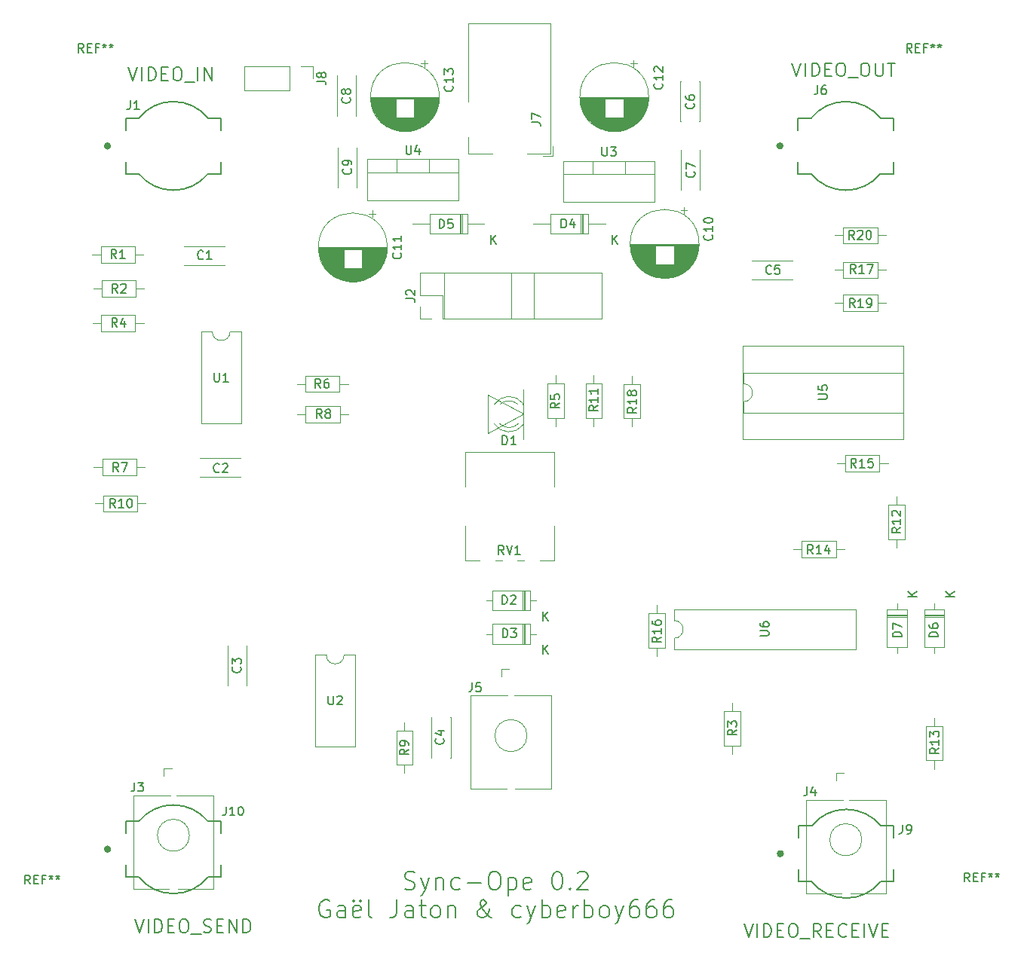
<source format=gbr>
G04 #@! TF.GenerationSoftware,KiCad,Pcbnew,(5.1.4-0-10_14)*
G04 #@! TF.CreationDate,2020-06-13T19:10:01+02:00*
G04 #@! TF.ProjectId,Sync-Ope-proto,53796e63-2d4f-4706-952d-70726f746f2e,0.2*
G04 #@! TF.SameCoordinates,Original*
G04 #@! TF.FileFunction,Legend,Top*
G04 #@! TF.FilePolarity,Positive*
%FSLAX46Y46*%
G04 Gerber Fmt 4.6, Leading zero omitted, Abs format (unit mm)*
G04 Created by KiCad (PCBNEW (5.1.4-0-10_14)) date 2020-06-13 19:10:01*
%MOMM*%
%LPD*%
G04 APERTURE LIST*
%ADD10C,0.120000*%
%ADD11C,0.150000*%
%ADD12C,0.400000*%
%ADD13C,0.127000*%
%ADD14C,0.200000*%
G04 APERTURE END LIST*
D10*
X147550000Y-92500000D02*
X151450000Y-90450000D01*
X147550000Y-88200000D02*
X147550000Y-92500000D01*
X151550000Y-90350000D02*
X147550000Y-88200000D01*
X151550000Y-87600000D02*
X151550000Y-93250000D01*
X152700000Y-74550000D02*
X152700000Y-79550000D01*
X150200000Y-74500000D02*
X150200000Y-79600000D01*
X142650000Y-74500000D02*
X142650000Y-79600000D01*
D11*
X176321428Y-147678571D02*
X176821428Y-149178571D01*
X177321428Y-147678571D01*
X177821428Y-149178571D02*
X177821428Y-147678571D01*
X178535714Y-149178571D02*
X178535714Y-147678571D01*
X178892857Y-147678571D01*
X179107142Y-147750000D01*
X179250000Y-147892857D01*
X179321428Y-148035714D01*
X179392857Y-148321428D01*
X179392857Y-148535714D01*
X179321428Y-148821428D01*
X179250000Y-148964285D01*
X179107142Y-149107142D01*
X178892857Y-149178571D01*
X178535714Y-149178571D01*
X180035714Y-148392857D02*
X180535714Y-148392857D01*
X180750000Y-149178571D02*
X180035714Y-149178571D01*
X180035714Y-147678571D01*
X180750000Y-147678571D01*
X181678571Y-147678571D02*
X181964285Y-147678571D01*
X182107142Y-147750000D01*
X182250000Y-147892857D01*
X182321428Y-148178571D01*
X182321428Y-148678571D01*
X182250000Y-148964285D01*
X182107142Y-149107142D01*
X181964285Y-149178571D01*
X181678571Y-149178571D01*
X181535714Y-149107142D01*
X181392857Y-148964285D01*
X181321428Y-148678571D01*
X181321428Y-148178571D01*
X181392857Y-147892857D01*
X181535714Y-147750000D01*
X181678571Y-147678571D01*
X182607142Y-149321428D02*
X183750000Y-149321428D01*
X184964285Y-149178571D02*
X184464285Y-148464285D01*
X184107142Y-149178571D02*
X184107142Y-147678571D01*
X184678571Y-147678571D01*
X184821428Y-147750000D01*
X184892857Y-147821428D01*
X184964285Y-147964285D01*
X184964285Y-148178571D01*
X184892857Y-148321428D01*
X184821428Y-148392857D01*
X184678571Y-148464285D01*
X184107142Y-148464285D01*
X185607142Y-148392857D02*
X186107142Y-148392857D01*
X186321428Y-149178571D02*
X185607142Y-149178571D01*
X185607142Y-147678571D01*
X186321428Y-147678571D01*
X187821428Y-149035714D02*
X187750000Y-149107142D01*
X187535714Y-149178571D01*
X187392857Y-149178571D01*
X187178571Y-149107142D01*
X187035714Y-148964285D01*
X186964285Y-148821428D01*
X186892857Y-148535714D01*
X186892857Y-148321428D01*
X186964285Y-148035714D01*
X187035714Y-147892857D01*
X187178571Y-147750000D01*
X187392857Y-147678571D01*
X187535714Y-147678571D01*
X187750000Y-147750000D01*
X187821428Y-147821428D01*
X188464285Y-148392857D02*
X188964285Y-148392857D01*
X189178571Y-149178571D02*
X188464285Y-149178571D01*
X188464285Y-147678571D01*
X189178571Y-147678571D01*
X189821428Y-149178571D02*
X189821428Y-147678571D01*
X190321428Y-147678571D02*
X190821428Y-149178571D01*
X191321428Y-147678571D01*
X191821428Y-148392857D02*
X192321428Y-148392857D01*
X192535714Y-149178571D02*
X191821428Y-149178571D01*
X191821428Y-147678571D01*
X192535714Y-147678571D01*
X181714285Y-50928571D02*
X182214285Y-52428571D01*
X182714285Y-50928571D01*
X183214285Y-52428571D02*
X183214285Y-50928571D01*
X183928571Y-52428571D02*
X183928571Y-50928571D01*
X184285714Y-50928571D01*
X184500000Y-51000000D01*
X184642857Y-51142857D01*
X184714285Y-51285714D01*
X184785714Y-51571428D01*
X184785714Y-51785714D01*
X184714285Y-52071428D01*
X184642857Y-52214285D01*
X184500000Y-52357142D01*
X184285714Y-52428571D01*
X183928571Y-52428571D01*
X185428571Y-51642857D02*
X185928571Y-51642857D01*
X186142857Y-52428571D02*
X185428571Y-52428571D01*
X185428571Y-50928571D01*
X186142857Y-50928571D01*
X187071428Y-50928571D02*
X187357142Y-50928571D01*
X187500000Y-51000000D01*
X187642857Y-51142857D01*
X187714285Y-51428571D01*
X187714285Y-51928571D01*
X187642857Y-52214285D01*
X187500000Y-52357142D01*
X187357142Y-52428571D01*
X187071428Y-52428571D01*
X186928571Y-52357142D01*
X186785714Y-52214285D01*
X186714285Y-51928571D01*
X186714285Y-51428571D01*
X186785714Y-51142857D01*
X186928571Y-51000000D01*
X187071428Y-50928571D01*
X188000000Y-52571428D02*
X189142857Y-52571428D01*
X189785714Y-50928571D02*
X190071428Y-50928571D01*
X190214285Y-51000000D01*
X190357142Y-51142857D01*
X190428571Y-51428571D01*
X190428571Y-51928571D01*
X190357142Y-52214285D01*
X190214285Y-52357142D01*
X190071428Y-52428571D01*
X189785714Y-52428571D01*
X189642857Y-52357142D01*
X189500000Y-52214285D01*
X189428571Y-51928571D01*
X189428571Y-51428571D01*
X189500000Y-51142857D01*
X189642857Y-51000000D01*
X189785714Y-50928571D01*
X191071428Y-50928571D02*
X191071428Y-52142857D01*
X191142857Y-52285714D01*
X191214285Y-52357142D01*
X191357142Y-52428571D01*
X191642857Y-52428571D01*
X191785714Y-52357142D01*
X191857142Y-52285714D01*
X191928571Y-52142857D01*
X191928571Y-50928571D01*
X192428571Y-50928571D02*
X193285714Y-50928571D01*
X192857142Y-52428571D02*
X192857142Y-50928571D01*
X107214285Y-51428571D02*
X107714285Y-52928571D01*
X108214285Y-51428571D01*
X108714285Y-52928571D02*
X108714285Y-51428571D01*
X109428571Y-52928571D02*
X109428571Y-51428571D01*
X109785714Y-51428571D01*
X110000000Y-51500000D01*
X110142857Y-51642857D01*
X110214285Y-51785714D01*
X110285714Y-52071428D01*
X110285714Y-52285714D01*
X110214285Y-52571428D01*
X110142857Y-52714285D01*
X110000000Y-52857142D01*
X109785714Y-52928571D01*
X109428571Y-52928571D01*
X110928571Y-52142857D02*
X111428571Y-52142857D01*
X111642857Y-52928571D02*
X110928571Y-52928571D01*
X110928571Y-51428571D01*
X111642857Y-51428571D01*
X112571428Y-51428571D02*
X112857142Y-51428571D01*
X113000000Y-51500000D01*
X113142857Y-51642857D01*
X113214285Y-51928571D01*
X113214285Y-52428571D01*
X113142857Y-52714285D01*
X113000000Y-52857142D01*
X112857142Y-52928571D01*
X112571428Y-52928571D01*
X112428571Y-52857142D01*
X112285714Y-52714285D01*
X112214285Y-52428571D01*
X112214285Y-51928571D01*
X112285714Y-51642857D01*
X112428571Y-51500000D01*
X112571428Y-51428571D01*
X113500000Y-53071428D02*
X114642857Y-53071428D01*
X115000000Y-52928571D02*
X115000000Y-51428571D01*
X115714285Y-52928571D02*
X115714285Y-51428571D01*
X116571428Y-52928571D01*
X116571428Y-51428571D01*
X107928571Y-147178571D02*
X108428571Y-148678571D01*
X108928571Y-147178571D01*
X109428571Y-148678571D02*
X109428571Y-147178571D01*
X110142857Y-148678571D02*
X110142857Y-147178571D01*
X110500000Y-147178571D01*
X110714285Y-147250000D01*
X110857142Y-147392857D01*
X110928571Y-147535714D01*
X111000000Y-147821428D01*
X111000000Y-148035714D01*
X110928571Y-148321428D01*
X110857142Y-148464285D01*
X110714285Y-148607142D01*
X110500000Y-148678571D01*
X110142857Y-148678571D01*
X111642857Y-147892857D02*
X112142857Y-147892857D01*
X112357142Y-148678571D02*
X111642857Y-148678571D01*
X111642857Y-147178571D01*
X112357142Y-147178571D01*
X113285714Y-147178571D02*
X113571428Y-147178571D01*
X113714285Y-147250000D01*
X113857142Y-147392857D01*
X113928571Y-147678571D01*
X113928571Y-148178571D01*
X113857142Y-148464285D01*
X113714285Y-148607142D01*
X113571428Y-148678571D01*
X113285714Y-148678571D01*
X113142857Y-148607142D01*
X113000000Y-148464285D01*
X112928571Y-148178571D01*
X112928571Y-147678571D01*
X113000000Y-147392857D01*
X113142857Y-147250000D01*
X113285714Y-147178571D01*
X114214285Y-148821428D02*
X115357142Y-148821428D01*
X115642857Y-148607142D02*
X115857142Y-148678571D01*
X116214285Y-148678571D01*
X116357142Y-148607142D01*
X116428571Y-148535714D01*
X116500000Y-148392857D01*
X116500000Y-148250000D01*
X116428571Y-148107142D01*
X116357142Y-148035714D01*
X116214285Y-147964285D01*
X115928571Y-147892857D01*
X115785714Y-147821428D01*
X115714285Y-147750000D01*
X115642857Y-147607142D01*
X115642857Y-147464285D01*
X115714285Y-147321428D01*
X115785714Y-147250000D01*
X115928571Y-147178571D01*
X116285714Y-147178571D01*
X116500000Y-147250000D01*
X117142857Y-147892857D02*
X117642857Y-147892857D01*
X117857142Y-148678571D02*
X117142857Y-148678571D01*
X117142857Y-147178571D01*
X117857142Y-147178571D01*
X118500000Y-148678571D02*
X118500000Y-147178571D01*
X119357142Y-148678571D01*
X119357142Y-147178571D01*
X120071428Y-148678571D02*
X120071428Y-147178571D01*
X120428571Y-147178571D01*
X120642857Y-147250000D01*
X120785714Y-147392857D01*
X120857142Y-147535714D01*
X120928571Y-147821428D01*
X120928571Y-148035714D01*
X120857142Y-148321428D01*
X120785714Y-148464285D01*
X120642857Y-148607142D01*
X120428571Y-148678571D01*
X120071428Y-148678571D01*
X138214285Y-143734523D02*
X138500000Y-143829761D01*
X138976190Y-143829761D01*
X139166666Y-143734523D01*
X139261904Y-143639285D01*
X139357142Y-143448809D01*
X139357142Y-143258333D01*
X139261904Y-143067857D01*
X139166666Y-142972619D01*
X138976190Y-142877380D01*
X138595238Y-142782142D01*
X138404761Y-142686904D01*
X138309523Y-142591666D01*
X138214285Y-142401190D01*
X138214285Y-142210714D01*
X138309523Y-142020238D01*
X138404761Y-141925000D01*
X138595238Y-141829761D01*
X139071428Y-141829761D01*
X139357142Y-141925000D01*
X140023809Y-142496428D02*
X140500000Y-143829761D01*
X140976190Y-142496428D02*
X140500000Y-143829761D01*
X140309523Y-144305952D01*
X140214285Y-144401190D01*
X140023809Y-144496428D01*
X141738095Y-142496428D02*
X141738095Y-143829761D01*
X141738095Y-142686904D02*
X141833333Y-142591666D01*
X142023809Y-142496428D01*
X142309523Y-142496428D01*
X142500000Y-142591666D01*
X142595238Y-142782142D01*
X142595238Y-143829761D01*
X144404761Y-143734523D02*
X144214285Y-143829761D01*
X143833333Y-143829761D01*
X143642857Y-143734523D01*
X143547619Y-143639285D01*
X143452380Y-143448809D01*
X143452380Y-142877380D01*
X143547619Y-142686904D01*
X143642857Y-142591666D01*
X143833333Y-142496428D01*
X144214285Y-142496428D01*
X144404761Y-142591666D01*
X145261904Y-143067857D02*
X146785714Y-143067857D01*
X148119047Y-141829761D02*
X148500000Y-141829761D01*
X148690476Y-141925000D01*
X148880952Y-142115476D01*
X148976190Y-142496428D01*
X148976190Y-143163095D01*
X148880952Y-143544047D01*
X148690476Y-143734523D01*
X148500000Y-143829761D01*
X148119047Y-143829761D01*
X147928571Y-143734523D01*
X147738095Y-143544047D01*
X147642857Y-143163095D01*
X147642857Y-142496428D01*
X147738095Y-142115476D01*
X147928571Y-141925000D01*
X148119047Y-141829761D01*
X149833333Y-142496428D02*
X149833333Y-144496428D01*
X149833333Y-142591666D02*
X150023809Y-142496428D01*
X150404761Y-142496428D01*
X150595238Y-142591666D01*
X150690476Y-142686904D01*
X150785714Y-142877380D01*
X150785714Y-143448809D01*
X150690476Y-143639285D01*
X150595238Y-143734523D01*
X150404761Y-143829761D01*
X150023809Y-143829761D01*
X149833333Y-143734523D01*
X152404761Y-143734523D02*
X152214285Y-143829761D01*
X151833333Y-143829761D01*
X151642857Y-143734523D01*
X151547619Y-143544047D01*
X151547619Y-142782142D01*
X151642857Y-142591666D01*
X151833333Y-142496428D01*
X152214285Y-142496428D01*
X152404761Y-142591666D01*
X152500000Y-142782142D01*
X152500000Y-142972619D01*
X151547619Y-143163095D01*
X155261904Y-141829761D02*
X155452380Y-141829761D01*
X155642857Y-141925000D01*
X155738095Y-142020238D01*
X155833333Y-142210714D01*
X155928571Y-142591666D01*
X155928571Y-143067857D01*
X155833333Y-143448809D01*
X155738095Y-143639285D01*
X155642857Y-143734523D01*
X155452380Y-143829761D01*
X155261904Y-143829761D01*
X155071428Y-143734523D01*
X154976190Y-143639285D01*
X154880952Y-143448809D01*
X154785714Y-143067857D01*
X154785714Y-142591666D01*
X154880952Y-142210714D01*
X154976190Y-142020238D01*
X155071428Y-141925000D01*
X155261904Y-141829761D01*
X156785714Y-143639285D02*
X156880952Y-143734523D01*
X156785714Y-143829761D01*
X156690476Y-143734523D01*
X156785714Y-143639285D01*
X156785714Y-143829761D01*
X157642857Y-142020238D02*
X157738095Y-141925000D01*
X157928571Y-141829761D01*
X158404761Y-141829761D01*
X158595238Y-141925000D01*
X158690476Y-142020238D01*
X158785714Y-142210714D01*
X158785714Y-142401190D01*
X158690476Y-142686904D01*
X157547619Y-143829761D01*
X158785714Y-143829761D01*
X129738095Y-145075000D02*
X129547619Y-144979761D01*
X129261904Y-144979761D01*
X128976190Y-145075000D01*
X128785714Y-145265476D01*
X128690476Y-145455952D01*
X128595238Y-145836904D01*
X128595238Y-146122619D01*
X128690476Y-146503571D01*
X128785714Y-146694047D01*
X128976190Y-146884523D01*
X129261904Y-146979761D01*
X129452380Y-146979761D01*
X129738095Y-146884523D01*
X129833333Y-146789285D01*
X129833333Y-146122619D01*
X129452380Y-146122619D01*
X131547619Y-146979761D02*
X131547619Y-145932142D01*
X131452380Y-145741666D01*
X131261904Y-145646428D01*
X130880952Y-145646428D01*
X130690476Y-145741666D01*
X131547619Y-146884523D02*
X131357142Y-146979761D01*
X130880952Y-146979761D01*
X130690476Y-146884523D01*
X130595238Y-146694047D01*
X130595238Y-146503571D01*
X130690476Y-146313095D01*
X130880952Y-146217857D01*
X131357142Y-146217857D01*
X131547619Y-146122619D01*
X133261904Y-146884523D02*
X133071428Y-146979761D01*
X132690476Y-146979761D01*
X132500000Y-146884523D01*
X132404761Y-146694047D01*
X132404761Y-145932142D01*
X132500000Y-145741666D01*
X132690476Y-145646428D01*
X133071428Y-145646428D01*
X133261904Y-145741666D01*
X133357142Y-145932142D01*
X133357142Y-146122619D01*
X132404761Y-146313095D01*
X132500000Y-144979761D02*
X132595238Y-145075000D01*
X132500000Y-145170238D01*
X132404761Y-145075000D01*
X132500000Y-144979761D01*
X132500000Y-145170238D01*
X133261904Y-144979761D02*
X133357142Y-145075000D01*
X133261904Y-145170238D01*
X133166666Y-145075000D01*
X133261904Y-144979761D01*
X133261904Y-145170238D01*
X134500000Y-146979761D02*
X134309523Y-146884523D01*
X134214285Y-146694047D01*
X134214285Y-144979761D01*
X137357142Y-144979761D02*
X137357142Y-146408333D01*
X137261904Y-146694047D01*
X137071428Y-146884523D01*
X136785714Y-146979761D01*
X136595238Y-146979761D01*
X139166666Y-146979761D02*
X139166666Y-145932142D01*
X139071428Y-145741666D01*
X138880952Y-145646428D01*
X138500000Y-145646428D01*
X138309523Y-145741666D01*
X139166666Y-146884523D02*
X138976190Y-146979761D01*
X138500000Y-146979761D01*
X138309523Y-146884523D01*
X138214285Y-146694047D01*
X138214285Y-146503571D01*
X138309523Y-146313095D01*
X138500000Y-146217857D01*
X138976190Y-146217857D01*
X139166666Y-146122619D01*
X139833333Y-145646428D02*
X140595238Y-145646428D01*
X140119047Y-144979761D02*
X140119047Y-146694047D01*
X140214285Y-146884523D01*
X140404761Y-146979761D01*
X140595238Y-146979761D01*
X141547619Y-146979761D02*
X141357142Y-146884523D01*
X141261904Y-146789285D01*
X141166666Y-146598809D01*
X141166666Y-146027380D01*
X141261904Y-145836904D01*
X141357142Y-145741666D01*
X141547619Y-145646428D01*
X141833333Y-145646428D01*
X142023809Y-145741666D01*
X142119047Y-145836904D01*
X142214285Y-146027380D01*
X142214285Y-146598809D01*
X142119047Y-146789285D01*
X142023809Y-146884523D01*
X141833333Y-146979761D01*
X141547619Y-146979761D01*
X143071428Y-145646428D02*
X143071428Y-146979761D01*
X143071428Y-145836904D02*
X143166666Y-145741666D01*
X143357142Y-145646428D01*
X143642857Y-145646428D01*
X143833333Y-145741666D01*
X143928571Y-145932142D01*
X143928571Y-146979761D01*
X148023809Y-146979761D02*
X147928571Y-146979761D01*
X147738095Y-146884523D01*
X147452380Y-146598809D01*
X146976190Y-146027380D01*
X146785714Y-145741666D01*
X146690476Y-145455952D01*
X146690476Y-145265476D01*
X146785714Y-145075000D01*
X146976190Y-144979761D01*
X147071428Y-144979761D01*
X147261904Y-145075000D01*
X147357142Y-145265476D01*
X147357142Y-145360714D01*
X147261904Y-145551190D01*
X147166666Y-145646428D01*
X146595238Y-146027380D01*
X146500000Y-146122619D01*
X146404761Y-146313095D01*
X146404761Y-146598809D01*
X146500000Y-146789285D01*
X146595238Y-146884523D01*
X146785714Y-146979761D01*
X147071428Y-146979761D01*
X147261904Y-146884523D01*
X147357142Y-146789285D01*
X147642857Y-146408333D01*
X147738095Y-146122619D01*
X147738095Y-145932142D01*
X151261904Y-146884523D02*
X151071428Y-146979761D01*
X150690476Y-146979761D01*
X150500000Y-146884523D01*
X150404761Y-146789285D01*
X150309523Y-146598809D01*
X150309523Y-146027380D01*
X150404761Y-145836904D01*
X150500000Y-145741666D01*
X150690476Y-145646428D01*
X151071428Y-145646428D01*
X151261904Y-145741666D01*
X151928571Y-145646428D02*
X152404761Y-146979761D01*
X152880952Y-145646428D02*
X152404761Y-146979761D01*
X152214285Y-147455952D01*
X152119047Y-147551190D01*
X151928571Y-147646428D01*
X153642857Y-146979761D02*
X153642857Y-144979761D01*
X153642857Y-145741666D02*
X153833333Y-145646428D01*
X154214285Y-145646428D01*
X154404761Y-145741666D01*
X154500000Y-145836904D01*
X154595238Y-146027380D01*
X154595238Y-146598809D01*
X154500000Y-146789285D01*
X154404761Y-146884523D01*
X154214285Y-146979761D01*
X153833333Y-146979761D01*
X153642857Y-146884523D01*
X156214285Y-146884523D02*
X156023809Y-146979761D01*
X155642857Y-146979761D01*
X155452380Y-146884523D01*
X155357142Y-146694047D01*
X155357142Y-145932142D01*
X155452380Y-145741666D01*
X155642857Y-145646428D01*
X156023809Y-145646428D01*
X156214285Y-145741666D01*
X156309523Y-145932142D01*
X156309523Y-146122619D01*
X155357142Y-146313095D01*
X157166666Y-146979761D02*
X157166666Y-145646428D01*
X157166666Y-146027380D02*
X157261904Y-145836904D01*
X157357142Y-145741666D01*
X157547619Y-145646428D01*
X157738095Y-145646428D01*
X158404761Y-146979761D02*
X158404761Y-144979761D01*
X158404761Y-145741666D02*
X158595238Y-145646428D01*
X158976190Y-145646428D01*
X159166666Y-145741666D01*
X159261904Y-145836904D01*
X159357142Y-146027380D01*
X159357142Y-146598809D01*
X159261904Y-146789285D01*
X159166666Y-146884523D01*
X158976190Y-146979761D01*
X158595238Y-146979761D01*
X158404761Y-146884523D01*
X160500000Y-146979761D02*
X160309523Y-146884523D01*
X160214285Y-146789285D01*
X160119047Y-146598809D01*
X160119047Y-146027380D01*
X160214285Y-145836904D01*
X160309523Y-145741666D01*
X160500000Y-145646428D01*
X160785714Y-145646428D01*
X160976190Y-145741666D01*
X161071428Y-145836904D01*
X161166666Y-146027380D01*
X161166666Y-146598809D01*
X161071428Y-146789285D01*
X160976190Y-146884523D01*
X160785714Y-146979761D01*
X160500000Y-146979761D01*
X161833333Y-145646428D02*
X162309523Y-146979761D01*
X162785714Y-145646428D02*
X162309523Y-146979761D01*
X162119047Y-147455952D01*
X162023809Y-147551190D01*
X161833333Y-147646428D01*
X164404761Y-144979761D02*
X164023809Y-144979761D01*
X163833333Y-145075000D01*
X163738095Y-145170238D01*
X163547619Y-145455952D01*
X163452380Y-145836904D01*
X163452380Y-146598809D01*
X163547619Y-146789285D01*
X163642857Y-146884523D01*
X163833333Y-146979761D01*
X164214285Y-146979761D01*
X164404761Y-146884523D01*
X164500000Y-146789285D01*
X164595238Y-146598809D01*
X164595238Y-146122619D01*
X164500000Y-145932142D01*
X164404761Y-145836904D01*
X164214285Y-145741666D01*
X163833333Y-145741666D01*
X163642857Y-145836904D01*
X163547619Y-145932142D01*
X163452380Y-146122619D01*
X166309523Y-144979761D02*
X165928571Y-144979761D01*
X165738095Y-145075000D01*
X165642857Y-145170238D01*
X165452380Y-145455952D01*
X165357142Y-145836904D01*
X165357142Y-146598809D01*
X165452380Y-146789285D01*
X165547619Y-146884523D01*
X165738095Y-146979761D01*
X166119047Y-146979761D01*
X166309523Y-146884523D01*
X166404761Y-146789285D01*
X166500000Y-146598809D01*
X166500000Y-146122619D01*
X166404761Y-145932142D01*
X166309523Y-145836904D01*
X166119047Y-145741666D01*
X165738095Y-145741666D01*
X165547619Y-145836904D01*
X165452380Y-145932142D01*
X165357142Y-146122619D01*
X168214285Y-144979761D02*
X167833333Y-144979761D01*
X167642857Y-145075000D01*
X167547619Y-145170238D01*
X167357142Y-145455952D01*
X167261904Y-145836904D01*
X167261904Y-146598809D01*
X167357142Y-146789285D01*
X167452380Y-146884523D01*
X167642857Y-146979761D01*
X168023809Y-146979761D01*
X168214285Y-146884523D01*
X168309523Y-146789285D01*
X168404761Y-146598809D01*
X168404761Y-146122619D01*
X168309523Y-145932142D01*
X168214285Y-145836904D01*
X168023809Y-145741666D01*
X167642857Y-145741666D01*
X167452380Y-145836904D01*
X167357142Y-145932142D01*
X167261904Y-146122619D01*
D10*
X118020000Y-73670000D02*
X113480000Y-73670000D01*
X118020000Y-71530000D02*
X113480000Y-71530000D01*
X118020000Y-73670000D02*
X118020000Y-73655000D01*
X118020000Y-71545000D02*
X118020000Y-71530000D01*
X113480000Y-73670000D02*
X113480000Y-73655000D01*
X113480000Y-71545000D02*
X113480000Y-71530000D01*
X115230000Y-95345000D02*
X115230000Y-95330000D01*
X115230000Y-97470000D02*
X115230000Y-97455000D01*
X119770000Y-95345000D02*
X119770000Y-95330000D01*
X119770000Y-97470000D02*
X119770000Y-97455000D01*
X119770000Y-95330000D02*
X115230000Y-95330000D01*
X119770000Y-97470000D02*
X115230000Y-97470000D01*
X118330000Y-120920000D02*
X118330000Y-116380000D01*
X120470000Y-120920000D02*
X120470000Y-116380000D01*
X118330000Y-120920000D02*
X118345000Y-120920000D01*
X120455000Y-120920000D02*
X120470000Y-120920000D01*
X118330000Y-116380000D02*
X118345000Y-116380000D01*
X120455000Y-116380000D02*
X120470000Y-116380000D01*
X143355000Y-124480000D02*
X143370000Y-124480000D01*
X141230000Y-124480000D02*
X141245000Y-124480000D01*
X143355000Y-129020000D02*
X143370000Y-129020000D01*
X141230000Y-129020000D02*
X141245000Y-129020000D01*
X143370000Y-129020000D02*
X143370000Y-124480000D01*
X141230000Y-129020000D02*
X141230000Y-124480000D01*
X181770000Y-75270000D02*
X177230000Y-75270000D01*
X181770000Y-73130000D02*
X177230000Y-73130000D01*
X181770000Y-75270000D02*
X181770000Y-75255000D01*
X181770000Y-73145000D02*
X181770000Y-73130000D01*
X177230000Y-75270000D02*
X177230000Y-75255000D01*
X177230000Y-73145000D02*
X177230000Y-73130000D01*
X169195000Y-57520000D02*
X169180000Y-57520000D01*
X171320000Y-57520000D02*
X171305000Y-57520000D01*
X169195000Y-52980000D02*
X169180000Y-52980000D01*
X171320000Y-52980000D02*
X171305000Y-52980000D01*
X169180000Y-52980000D02*
X169180000Y-57520000D01*
X171320000Y-52980000D02*
X171320000Y-57520000D01*
X171370000Y-60680000D02*
X171370000Y-65220000D01*
X169230000Y-60680000D02*
X169230000Y-65220000D01*
X171370000Y-60680000D02*
X171355000Y-60680000D01*
X169245000Y-60680000D02*
X169230000Y-60680000D01*
X171370000Y-65220000D02*
X171355000Y-65220000D01*
X169245000Y-65220000D02*
X169230000Y-65220000D01*
X130645000Y-56870000D02*
X130630000Y-56870000D01*
X132770000Y-56870000D02*
X132755000Y-56870000D01*
X130645000Y-52330000D02*
X130630000Y-52330000D01*
X132770000Y-52330000D02*
X132755000Y-52330000D01*
X130630000Y-52330000D02*
X130630000Y-56870000D01*
X132770000Y-52330000D02*
X132770000Y-56870000D01*
X130730000Y-64970000D02*
X130730000Y-60430000D01*
X132870000Y-64970000D02*
X132870000Y-60430000D01*
X130730000Y-64970000D02*
X130745000Y-64970000D01*
X132855000Y-64970000D02*
X132870000Y-64970000D01*
X130730000Y-60430000D02*
X130745000Y-60430000D01*
X132855000Y-60430000D02*
X132870000Y-60430000D01*
X171270000Y-71250000D02*
G75*
G03X171270000Y-71250000I-3870000J0D01*
G01*
X171230000Y-71250000D02*
X163570000Y-71250000D01*
X171230000Y-71290000D02*
X163570000Y-71290000D01*
X171230000Y-71330000D02*
X163570000Y-71330000D01*
X171229000Y-71370000D02*
X163571000Y-71370000D01*
X171227000Y-71410000D02*
X163573000Y-71410000D01*
X171225000Y-71450000D02*
X163575000Y-71450000D01*
X171223000Y-71490000D02*
X168440000Y-71490000D01*
X166360000Y-71490000D02*
X163577000Y-71490000D01*
X171220000Y-71530000D02*
X168440000Y-71530000D01*
X166360000Y-71530000D02*
X163580000Y-71530000D01*
X171217000Y-71570000D02*
X168440000Y-71570000D01*
X166360000Y-71570000D02*
X163583000Y-71570000D01*
X171214000Y-71610000D02*
X168440000Y-71610000D01*
X166360000Y-71610000D02*
X163586000Y-71610000D01*
X171210000Y-71650000D02*
X168440000Y-71650000D01*
X166360000Y-71650000D02*
X163590000Y-71650000D01*
X171205000Y-71690000D02*
X168440000Y-71690000D01*
X166360000Y-71690000D02*
X163595000Y-71690000D01*
X171201000Y-71730000D02*
X168440000Y-71730000D01*
X166360000Y-71730000D02*
X163599000Y-71730000D01*
X171195000Y-71770000D02*
X168440000Y-71770000D01*
X166360000Y-71770000D02*
X163605000Y-71770000D01*
X171190000Y-71810000D02*
X168440000Y-71810000D01*
X166360000Y-71810000D02*
X163610000Y-71810000D01*
X171184000Y-71850000D02*
X168440000Y-71850000D01*
X166360000Y-71850000D02*
X163616000Y-71850000D01*
X171177000Y-71890000D02*
X168440000Y-71890000D01*
X166360000Y-71890000D02*
X163623000Y-71890000D01*
X171170000Y-71930000D02*
X168440000Y-71930000D01*
X166360000Y-71930000D02*
X163630000Y-71930000D01*
X171163000Y-71971000D02*
X168440000Y-71971000D01*
X166360000Y-71971000D02*
X163637000Y-71971000D01*
X171155000Y-72011000D02*
X168440000Y-72011000D01*
X166360000Y-72011000D02*
X163645000Y-72011000D01*
X171147000Y-72051000D02*
X168440000Y-72051000D01*
X166360000Y-72051000D02*
X163653000Y-72051000D01*
X171138000Y-72091000D02*
X168440000Y-72091000D01*
X166360000Y-72091000D02*
X163662000Y-72091000D01*
X171129000Y-72131000D02*
X168440000Y-72131000D01*
X166360000Y-72131000D02*
X163671000Y-72131000D01*
X171120000Y-72171000D02*
X168440000Y-72171000D01*
X166360000Y-72171000D02*
X163680000Y-72171000D01*
X171110000Y-72211000D02*
X168440000Y-72211000D01*
X166360000Y-72211000D02*
X163690000Y-72211000D01*
X171099000Y-72251000D02*
X168440000Y-72251000D01*
X166360000Y-72251000D02*
X163701000Y-72251000D01*
X171088000Y-72291000D02*
X168440000Y-72291000D01*
X166360000Y-72291000D02*
X163712000Y-72291000D01*
X171077000Y-72331000D02*
X168440000Y-72331000D01*
X166360000Y-72331000D02*
X163723000Y-72331000D01*
X171065000Y-72371000D02*
X168440000Y-72371000D01*
X166360000Y-72371000D02*
X163735000Y-72371000D01*
X171053000Y-72411000D02*
X168440000Y-72411000D01*
X166360000Y-72411000D02*
X163747000Y-72411000D01*
X171040000Y-72451000D02*
X168440000Y-72451000D01*
X166360000Y-72451000D02*
X163760000Y-72451000D01*
X171026000Y-72491000D02*
X168440000Y-72491000D01*
X166360000Y-72491000D02*
X163774000Y-72491000D01*
X171013000Y-72531000D02*
X168440000Y-72531000D01*
X166360000Y-72531000D02*
X163787000Y-72531000D01*
X170998000Y-72571000D02*
X168440000Y-72571000D01*
X166360000Y-72571000D02*
X163802000Y-72571000D01*
X170984000Y-72611000D02*
X168440000Y-72611000D01*
X166360000Y-72611000D02*
X163816000Y-72611000D01*
X170968000Y-72651000D02*
X168440000Y-72651000D01*
X166360000Y-72651000D02*
X163832000Y-72651000D01*
X170953000Y-72691000D02*
X168440000Y-72691000D01*
X166360000Y-72691000D02*
X163847000Y-72691000D01*
X170936000Y-72731000D02*
X168440000Y-72731000D01*
X166360000Y-72731000D02*
X163864000Y-72731000D01*
X170920000Y-72771000D02*
X168440000Y-72771000D01*
X166360000Y-72771000D02*
X163880000Y-72771000D01*
X170902000Y-72811000D02*
X168440000Y-72811000D01*
X166360000Y-72811000D02*
X163898000Y-72811000D01*
X170884000Y-72851000D02*
X168440000Y-72851000D01*
X166360000Y-72851000D02*
X163916000Y-72851000D01*
X170866000Y-72891000D02*
X168440000Y-72891000D01*
X166360000Y-72891000D02*
X163934000Y-72891000D01*
X170847000Y-72931000D02*
X168440000Y-72931000D01*
X166360000Y-72931000D02*
X163953000Y-72931000D01*
X170827000Y-72971000D02*
X168440000Y-72971000D01*
X166360000Y-72971000D02*
X163973000Y-72971000D01*
X170807000Y-73011000D02*
X168440000Y-73011000D01*
X166360000Y-73011000D02*
X163993000Y-73011000D01*
X170786000Y-73051000D02*
X168440000Y-73051000D01*
X166360000Y-73051000D02*
X164014000Y-73051000D01*
X170765000Y-73091000D02*
X168440000Y-73091000D01*
X166360000Y-73091000D02*
X164035000Y-73091000D01*
X170743000Y-73131000D02*
X168440000Y-73131000D01*
X166360000Y-73131000D02*
X164057000Y-73131000D01*
X170721000Y-73171000D02*
X168440000Y-73171000D01*
X166360000Y-73171000D02*
X164079000Y-73171000D01*
X170697000Y-73211000D02*
X168440000Y-73211000D01*
X166360000Y-73211000D02*
X164103000Y-73211000D01*
X170674000Y-73251000D02*
X168440000Y-73251000D01*
X166360000Y-73251000D02*
X164126000Y-73251000D01*
X170649000Y-73291000D02*
X168440000Y-73291000D01*
X166360000Y-73291000D02*
X164151000Y-73291000D01*
X170624000Y-73331000D02*
X168440000Y-73331000D01*
X166360000Y-73331000D02*
X164176000Y-73331000D01*
X170598000Y-73371000D02*
X168440000Y-73371000D01*
X166360000Y-73371000D02*
X164202000Y-73371000D01*
X170572000Y-73411000D02*
X168440000Y-73411000D01*
X166360000Y-73411000D02*
X164228000Y-73411000D01*
X170544000Y-73451000D02*
X168440000Y-73451000D01*
X166360000Y-73451000D02*
X164256000Y-73451000D01*
X170516000Y-73491000D02*
X168440000Y-73491000D01*
X166360000Y-73491000D02*
X164284000Y-73491000D01*
X170488000Y-73531000D02*
X168440000Y-73531000D01*
X166360000Y-73531000D02*
X164312000Y-73531000D01*
X170458000Y-73571000D02*
X164342000Y-73571000D01*
X170428000Y-73611000D02*
X164372000Y-73611000D01*
X170396000Y-73651000D02*
X164404000Y-73651000D01*
X170364000Y-73691000D02*
X164436000Y-73691000D01*
X170331000Y-73731000D02*
X164469000Y-73731000D01*
X170298000Y-73771000D02*
X164502000Y-73771000D01*
X170263000Y-73811000D02*
X164537000Y-73811000D01*
X170227000Y-73851000D02*
X164573000Y-73851000D01*
X170190000Y-73891000D02*
X164610000Y-73891000D01*
X170152000Y-73931000D02*
X164648000Y-73931000D01*
X170113000Y-73971000D02*
X164687000Y-73971000D01*
X170073000Y-74011000D02*
X164727000Y-74011000D01*
X170032000Y-74051000D02*
X164768000Y-74051000D01*
X169989000Y-74091000D02*
X164811000Y-74091000D01*
X169946000Y-74131000D02*
X164854000Y-74131000D01*
X169900000Y-74171000D02*
X164900000Y-74171000D01*
X169854000Y-74211000D02*
X164946000Y-74211000D01*
X169805000Y-74251000D02*
X164995000Y-74251000D01*
X169755000Y-74291000D02*
X165045000Y-74291000D01*
X169704000Y-74331000D02*
X165096000Y-74331000D01*
X169650000Y-74371000D02*
X165150000Y-74371000D01*
X169595000Y-74411000D02*
X165205000Y-74411000D01*
X169537000Y-74451000D02*
X165263000Y-74451000D01*
X169477000Y-74491000D02*
X165323000Y-74491000D01*
X169414000Y-74531000D02*
X165386000Y-74531000D01*
X169349000Y-74571000D02*
X165451000Y-74571000D01*
X169281000Y-74611000D02*
X165519000Y-74611000D01*
X169209000Y-74651000D02*
X165591000Y-74651000D01*
X169133000Y-74691000D02*
X165667000Y-74691000D01*
X169054000Y-74731000D02*
X165746000Y-74731000D01*
X168969000Y-74771000D02*
X165831000Y-74771000D01*
X168878000Y-74811000D02*
X165922000Y-74811000D01*
X168781000Y-74851000D02*
X166019000Y-74851000D01*
X168675000Y-74891000D02*
X166125000Y-74891000D01*
X168558000Y-74931000D02*
X166242000Y-74931000D01*
X168428000Y-74971000D02*
X166372000Y-74971000D01*
X168277000Y-75011000D02*
X166523000Y-75011000D01*
X168093000Y-75051000D02*
X166707000Y-75051000D01*
X167841000Y-75091000D02*
X166959000Y-75091000D01*
X169575000Y-67107789D02*
X169575000Y-67857789D01*
X169950000Y-67482789D02*
X169200000Y-67482789D01*
X134950000Y-67882789D02*
X134200000Y-67882789D01*
X134575000Y-67507789D02*
X134575000Y-68257789D01*
X132841000Y-75491000D02*
X131959000Y-75491000D01*
X133093000Y-75451000D02*
X131707000Y-75451000D01*
X133277000Y-75411000D02*
X131523000Y-75411000D01*
X133428000Y-75371000D02*
X131372000Y-75371000D01*
X133558000Y-75331000D02*
X131242000Y-75331000D01*
X133675000Y-75291000D02*
X131125000Y-75291000D01*
X133781000Y-75251000D02*
X131019000Y-75251000D01*
X133878000Y-75211000D02*
X130922000Y-75211000D01*
X133969000Y-75171000D02*
X130831000Y-75171000D01*
X134054000Y-75131000D02*
X130746000Y-75131000D01*
X134133000Y-75091000D02*
X130667000Y-75091000D01*
X134209000Y-75051000D02*
X130591000Y-75051000D01*
X134281000Y-75011000D02*
X130519000Y-75011000D01*
X134349000Y-74971000D02*
X130451000Y-74971000D01*
X134414000Y-74931000D02*
X130386000Y-74931000D01*
X134477000Y-74891000D02*
X130323000Y-74891000D01*
X134537000Y-74851000D02*
X130263000Y-74851000D01*
X134595000Y-74811000D02*
X130205000Y-74811000D01*
X134650000Y-74771000D02*
X130150000Y-74771000D01*
X134704000Y-74731000D02*
X130096000Y-74731000D01*
X134755000Y-74691000D02*
X130045000Y-74691000D01*
X134805000Y-74651000D02*
X129995000Y-74651000D01*
X134854000Y-74611000D02*
X129946000Y-74611000D01*
X134900000Y-74571000D02*
X129900000Y-74571000D01*
X134946000Y-74531000D02*
X129854000Y-74531000D01*
X134989000Y-74491000D02*
X129811000Y-74491000D01*
X135032000Y-74451000D02*
X129768000Y-74451000D01*
X135073000Y-74411000D02*
X129727000Y-74411000D01*
X135113000Y-74371000D02*
X129687000Y-74371000D01*
X135152000Y-74331000D02*
X129648000Y-74331000D01*
X135190000Y-74291000D02*
X129610000Y-74291000D01*
X135227000Y-74251000D02*
X129573000Y-74251000D01*
X135263000Y-74211000D02*
X129537000Y-74211000D01*
X135298000Y-74171000D02*
X129502000Y-74171000D01*
X135331000Y-74131000D02*
X129469000Y-74131000D01*
X135364000Y-74091000D02*
X129436000Y-74091000D01*
X135396000Y-74051000D02*
X129404000Y-74051000D01*
X135428000Y-74011000D02*
X129372000Y-74011000D01*
X135458000Y-73971000D02*
X129342000Y-73971000D01*
X131360000Y-73931000D02*
X129312000Y-73931000D01*
X135488000Y-73931000D02*
X133440000Y-73931000D01*
X131360000Y-73891000D02*
X129284000Y-73891000D01*
X135516000Y-73891000D02*
X133440000Y-73891000D01*
X131360000Y-73851000D02*
X129256000Y-73851000D01*
X135544000Y-73851000D02*
X133440000Y-73851000D01*
X131360000Y-73811000D02*
X129228000Y-73811000D01*
X135572000Y-73811000D02*
X133440000Y-73811000D01*
X131360000Y-73771000D02*
X129202000Y-73771000D01*
X135598000Y-73771000D02*
X133440000Y-73771000D01*
X131360000Y-73731000D02*
X129176000Y-73731000D01*
X135624000Y-73731000D02*
X133440000Y-73731000D01*
X131360000Y-73691000D02*
X129151000Y-73691000D01*
X135649000Y-73691000D02*
X133440000Y-73691000D01*
X131360000Y-73651000D02*
X129126000Y-73651000D01*
X135674000Y-73651000D02*
X133440000Y-73651000D01*
X131360000Y-73611000D02*
X129103000Y-73611000D01*
X135697000Y-73611000D02*
X133440000Y-73611000D01*
X131360000Y-73571000D02*
X129079000Y-73571000D01*
X135721000Y-73571000D02*
X133440000Y-73571000D01*
X131360000Y-73531000D02*
X129057000Y-73531000D01*
X135743000Y-73531000D02*
X133440000Y-73531000D01*
X131360000Y-73491000D02*
X129035000Y-73491000D01*
X135765000Y-73491000D02*
X133440000Y-73491000D01*
X131360000Y-73451000D02*
X129014000Y-73451000D01*
X135786000Y-73451000D02*
X133440000Y-73451000D01*
X131360000Y-73411000D02*
X128993000Y-73411000D01*
X135807000Y-73411000D02*
X133440000Y-73411000D01*
X131360000Y-73371000D02*
X128973000Y-73371000D01*
X135827000Y-73371000D02*
X133440000Y-73371000D01*
X131360000Y-73331000D02*
X128953000Y-73331000D01*
X135847000Y-73331000D02*
X133440000Y-73331000D01*
X131360000Y-73291000D02*
X128934000Y-73291000D01*
X135866000Y-73291000D02*
X133440000Y-73291000D01*
X131360000Y-73251000D02*
X128916000Y-73251000D01*
X135884000Y-73251000D02*
X133440000Y-73251000D01*
X131360000Y-73211000D02*
X128898000Y-73211000D01*
X135902000Y-73211000D02*
X133440000Y-73211000D01*
X131360000Y-73171000D02*
X128880000Y-73171000D01*
X135920000Y-73171000D02*
X133440000Y-73171000D01*
X131360000Y-73131000D02*
X128864000Y-73131000D01*
X135936000Y-73131000D02*
X133440000Y-73131000D01*
X131360000Y-73091000D02*
X128847000Y-73091000D01*
X135953000Y-73091000D02*
X133440000Y-73091000D01*
X131360000Y-73051000D02*
X128832000Y-73051000D01*
X135968000Y-73051000D02*
X133440000Y-73051000D01*
X131360000Y-73011000D02*
X128816000Y-73011000D01*
X135984000Y-73011000D02*
X133440000Y-73011000D01*
X131360000Y-72971000D02*
X128802000Y-72971000D01*
X135998000Y-72971000D02*
X133440000Y-72971000D01*
X131360000Y-72931000D02*
X128787000Y-72931000D01*
X136013000Y-72931000D02*
X133440000Y-72931000D01*
X131360000Y-72891000D02*
X128774000Y-72891000D01*
X136026000Y-72891000D02*
X133440000Y-72891000D01*
X131360000Y-72851000D02*
X128760000Y-72851000D01*
X136040000Y-72851000D02*
X133440000Y-72851000D01*
X131360000Y-72811000D02*
X128747000Y-72811000D01*
X136053000Y-72811000D02*
X133440000Y-72811000D01*
X131360000Y-72771000D02*
X128735000Y-72771000D01*
X136065000Y-72771000D02*
X133440000Y-72771000D01*
X131360000Y-72731000D02*
X128723000Y-72731000D01*
X136077000Y-72731000D02*
X133440000Y-72731000D01*
X131360000Y-72691000D02*
X128712000Y-72691000D01*
X136088000Y-72691000D02*
X133440000Y-72691000D01*
X131360000Y-72651000D02*
X128701000Y-72651000D01*
X136099000Y-72651000D02*
X133440000Y-72651000D01*
X131360000Y-72611000D02*
X128690000Y-72611000D01*
X136110000Y-72611000D02*
X133440000Y-72611000D01*
X131360000Y-72571000D02*
X128680000Y-72571000D01*
X136120000Y-72571000D02*
X133440000Y-72571000D01*
X131360000Y-72531000D02*
X128671000Y-72531000D01*
X136129000Y-72531000D02*
X133440000Y-72531000D01*
X131360000Y-72491000D02*
X128662000Y-72491000D01*
X136138000Y-72491000D02*
X133440000Y-72491000D01*
X131360000Y-72451000D02*
X128653000Y-72451000D01*
X136147000Y-72451000D02*
X133440000Y-72451000D01*
X131360000Y-72411000D02*
X128645000Y-72411000D01*
X136155000Y-72411000D02*
X133440000Y-72411000D01*
X131360000Y-72371000D02*
X128637000Y-72371000D01*
X136163000Y-72371000D02*
X133440000Y-72371000D01*
X131360000Y-72330000D02*
X128630000Y-72330000D01*
X136170000Y-72330000D02*
X133440000Y-72330000D01*
X131360000Y-72290000D02*
X128623000Y-72290000D01*
X136177000Y-72290000D02*
X133440000Y-72290000D01*
X131360000Y-72250000D02*
X128616000Y-72250000D01*
X136184000Y-72250000D02*
X133440000Y-72250000D01*
X131360000Y-72210000D02*
X128610000Y-72210000D01*
X136190000Y-72210000D02*
X133440000Y-72210000D01*
X131360000Y-72170000D02*
X128605000Y-72170000D01*
X136195000Y-72170000D02*
X133440000Y-72170000D01*
X131360000Y-72130000D02*
X128599000Y-72130000D01*
X136201000Y-72130000D02*
X133440000Y-72130000D01*
X131360000Y-72090000D02*
X128595000Y-72090000D01*
X136205000Y-72090000D02*
X133440000Y-72090000D01*
X131360000Y-72050000D02*
X128590000Y-72050000D01*
X136210000Y-72050000D02*
X133440000Y-72050000D01*
X131360000Y-72010000D02*
X128586000Y-72010000D01*
X136214000Y-72010000D02*
X133440000Y-72010000D01*
X131360000Y-71970000D02*
X128583000Y-71970000D01*
X136217000Y-71970000D02*
X133440000Y-71970000D01*
X131360000Y-71930000D02*
X128580000Y-71930000D01*
X136220000Y-71930000D02*
X133440000Y-71930000D01*
X131360000Y-71890000D02*
X128577000Y-71890000D01*
X136223000Y-71890000D02*
X133440000Y-71890000D01*
X136225000Y-71850000D02*
X128575000Y-71850000D01*
X136227000Y-71810000D02*
X128573000Y-71810000D01*
X136229000Y-71770000D02*
X128571000Y-71770000D01*
X136230000Y-71730000D02*
X128570000Y-71730000D01*
X136230000Y-71690000D02*
X128570000Y-71690000D01*
X136230000Y-71650000D02*
X128570000Y-71650000D01*
X136270000Y-71650000D02*
G75*
G03X136270000Y-71650000I-3870000J0D01*
G01*
X165620000Y-54750000D02*
G75*
G03X165620000Y-54750000I-3870000J0D01*
G01*
X165580000Y-54750000D02*
X157920000Y-54750000D01*
X165580000Y-54790000D02*
X157920000Y-54790000D01*
X165580000Y-54830000D02*
X157920000Y-54830000D01*
X165579000Y-54870000D02*
X157921000Y-54870000D01*
X165577000Y-54910000D02*
X157923000Y-54910000D01*
X165575000Y-54950000D02*
X157925000Y-54950000D01*
X165573000Y-54990000D02*
X162790000Y-54990000D01*
X160710000Y-54990000D02*
X157927000Y-54990000D01*
X165570000Y-55030000D02*
X162790000Y-55030000D01*
X160710000Y-55030000D02*
X157930000Y-55030000D01*
X165567000Y-55070000D02*
X162790000Y-55070000D01*
X160710000Y-55070000D02*
X157933000Y-55070000D01*
X165564000Y-55110000D02*
X162790000Y-55110000D01*
X160710000Y-55110000D02*
X157936000Y-55110000D01*
X165560000Y-55150000D02*
X162790000Y-55150000D01*
X160710000Y-55150000D02*
X157940000Y-55150000D01*
X165555000Y-55190000D02*
X162790000Y-55190000D01*
X160710000Y-55190000D02*
X157945000Y-55190000D01*
X165551000Y-55230000D02*
X162790000Y-55230000D01*
X160710000Y-55230000D02*
X157949000Y-55230000D01*
X165545000Y-55270000D02*
X162790000Y-55270000D01*
X160710000Y-55270000D02*
X157955000Y-55270000D01*
X165540000Y-55310000D02*
X162790000Y-55310000D01*
X160710000Y-55310000D02*
X157960000Y-55310000D01*
X165534000Y-55350000D02*
X162790000Y-55350000D01*
X160710000Y-55350000D02*
X157966000Y-55350000D01*
X165527000Y-55390000D02*
X162790000Y-55390000D01*
X160710000Y-55390000D02*
X157973000Y-55390000D01*
X165520000Y-55430000D02*
X162790000Y-55430000D01*
X160710000Y-55430000D02*
X157980000Y-55430000D01*
X165513000Y-55471000D02*
X162790000Y-55471000D01*
X160710000Y-55471000D02*
X157987000Y-55471000D01*
X165505000Y-55511000D02*
X162790000Y-55511000D01*
X160710000Y-55511000D02*
X157995000Y-55511000D01*
X165497000Y-55551000D02*
X162790000Y-55551000D01*
X160710000Y-55551000D02*
X158003000Y-55551000D01*
X165488000Y-55591000D02*
X162790000Y-55591000D01*
X160710000Y-55591000D02*
X158012000Y-55591000D01*
X165479000Y-55631000D02*
X162790000Y-55631000D01*
X160710000Y-55631000D02*
X158021000Y-55631000D01*
X165470000Y-55671000D02*
X162790000Y-55671000D01*
X160710000Y-55671000D02*
X158030000Y-55671000D01*
X165460000Y-55711000D02*
X162790000Y-55711000D01*
X160710000Y-55711000D02*
X158040000Y-55711000D01*
X165449000Y-55751000D02*
X162790000Y-55751000D01*
X160710000Y-55751000D02*
X158051000Y-55751000D01*
X165438000Y-55791000D02*
X162790000Y-55791000D01*
X160710000Y-55791000D02*
X158062000Y-55791000D01*
X165427000Y-55831000D02*
X162790000Y-55831000D01*
X160710000Y-55831000D02*
X158073000Y-55831000D01*
X165415000Y-55871000D02*
X162790000Y-55871000D01*
X160710000Y-55871000D02*
X158085000Y-55871000D01*
X165403000Y-55911000D02*
X162790000Y-55911000D01*
X160710000Y-55911000D02*
X158097000Y-55911000D01*
X165390000Y-55951000D02*
X162790000Y-55951000D01*
X160710000Y-55951000D02*
X158110000Y-55951000D01*
X165376000Y-55991000D02*
X162790000Y-55991000D01*
X160710000Y-55991000D02*
X158124000Y-55991000D01*
X165363000Y-56031000D02*
X162790000Y-56031000D01*
X160710000Y-56031000D02*
X158137000Y-56031000D01*
X165348000Y-56071000D02*
X162790000Y-56071000D01*
X160710000Y-56071000D02*
X158152000Y-56071000D01*
X165334000Y-56111000D02*
X162790000Y-56111000D01*
X160710000Y-56111000D02*
X158166000Y-56111000D01*
X165318000Y-56151000D02*
X162790000Y-56151000D01*
X160710000Y-56151000D02*
X158182000Y-56151000D01*
X165303000Y-56191000D02*
X162790000Y-56191000D01*
X160710000Y-56191000D02*
X158197000Y-56191000D01*
X165286000Y-56231000D02*
X162790000Y-56231000D01*
X160710000Y-56231000D02*
X158214000Y-56231000D01*
X165270000Y-56271000D02*
X162790000Y-56271000D01*
X160710000Y-56271000D02*
X158230000Y-56271000D01*
X165252000Y-56311000D02*
X162790000Y-56311000D01*
X160710000Y-56311000D02*
X158248000Y-56311000D01*
X165234000Y-56351000D02*
X162790000Y-56351000D01*
X160710000Y-56351000D02*
X158266000Y-56351000D01*
X165216000Y-56391000D02*
X162790000Y-56391000D01*
X160710000Y-56391000D02*
X158284000Y-56391000D01*
X165197000Y-56431000D02*
X162790000Y-56431000D01*
X160710000Y-56431000D02*
X158303000Y-56431000D01*
X165177000Y-56471000D02*
X162790000Y-56471000D01*
X160710000Y-56471000D02*
X158323000Y-56471000D01*
X165157000Y-56511000D02*
X162790000Y-56511000D01*
X160710000Y-56511000D02*
X158343000Y-56511000D01*
X165136000Y-56551000D02*
X162790000Y-56551000D01*
X160710000Y-56551000D02*
X158364000Y-56551000D01*
X165115000Y-56591000D02*
X162790000Y-56591000D01*
X160710000Y-56591000D02*
X158385000Y-56591000D01*
X165093000Y-56631000D02*
X162790000Y-56631000D01*
X160710000Y-56631000D02*
X158407000Y-56631000D01*
X165071000Y-56671000D02*
X162790000Y-56671000D01*
X160710000Y-56671000D02*
X158429000Y-56671000D01*
X165047000Y-56711000D02*
X162790000Y-56711000D01*
X160710000Y-56711000D02*
X158453000Y-56711000D01*
X165024000Y-56751000D02*
X162790000Y-56751000D01*
X160710000Y-56751000D02*
X158476000Y-56751000D01*
X164999000Y-56791000D02*
X162790000Y-56791000D01*
X160710000Y-56791000D02*
X158501000Y-56791000D01*
X164974000Y-56831000D02*
X162790000Y-56831000D01*
X160710000Y-56831000D02*
X158526000Y-56831000D01*
X164948000Y-56871000D02*
X162790000Y-56871000D01*
X160710000Y-56871000D02*
X158552000Y-56871000D01*
X164922000Y-56911000D02*
X162790000Y-56911000D01*
X160710000Y-56911000D02*
X158578000Y-56911000D01*
X164894000Y-56951000D02*
X162790000Y-56951000D01*
X160710000Y-56951000D02*
X158606000Y-56951000D01*
X164866000Y-56991000D02*
X162790000Y-56991000D01*
X160710000Y-56991000D02*
X158634000Y-56991000D01*
X164838000Y-57031000D02*
X162790000Y-57031000D01*
X160710000Y-57031000D02*
X158662000Y-57031000D01*
X164808000Y-57071000D02*
X158692000Y-57071000D01*
X164778000Y-57111000D02*
X158722000Y-57111000D01*
X164746000Y-57151000D02*
X158754000Y-57151000D01*
X164714000Y-57191000D02*
X158786000Y-57191000D01*
X164681000Y-57231000D02*
X158819000Y-57231000D01*
X164648000Y-57271000D02*
X158852000Y-57271000D01*
X164613000Y-57311000D02*
X158887000Y-57311000D01*
X164577000Y-57351000D02*
X158923000Y-57351000D01*
X164540000Y-57391000D02*
X158960000Y-57391000D01*
X164502000Y-57431000D02*
X158998000Y-57431000D01*
X164463000Y-57471000D02*
X159037000Y-57471000D01*
X164423000Y-57511000D02*
X159077000Y-57511000D01*
X164382000Y-57551000D02*
X159118000Y-57551000D01*
X164339000Y-57591000D02*
X159161000Y-57591000D01*
X164296000Y-57631000D02*
X159204000Y-57631000D01*
X164250000Y-57671000D02*
X159250000Y-57671000D01*
X164204000Y-57711000D02*
X159296000Y-57711000D01*
X164155000Y-57751000D02*
X159345000Y-57751000D01*
X164105000Y-57791000D02*
X159395000Y-57791000D01*
X164054000Y-57831000D02*
X159446000Y-57831000D01*
X164000000Y-57871000D02*
X159500000Y-57871000D01*
X163945000Y-57911000D02*
X159555000Y-57911000D01*
X163887000Y-57951000D02*
X159613000Y-57951000D01*
X163827000Y-57991000D02*
X159673000Y-57991000D01*
X163764000Y-58031000D02*
X159736000Y-58031000D01*
X163699000Y-58071000D02*
X159801000Y-58071000D01*
X163631000Y-58111000D02*
X159869000Y-58111000D01*
X163559000Y-58151000D02*
X159941000Y-58151000D01*
X163483000Y-58191000D02*
X160017000Y-58191000D01*
X163404000Y-58231000D02*
X160096000Y-58231000D01*
X163319000Y-58271000D02*
X160181000Y-58271000D01*
X163228000Y-58311000D02*
X160272000Y-58311000D01*
X163131000Y-58351000D02*
X160369000Y-58351000D01*
X163025000Y-58391000D02*
X160475000Y-58391000D01*
X162908000Y-58431000D02*
X160592000Y-58431000D01*
X162778000Y-58471000D02*
X160722000Y-58471000D01*
X162627000Y-58511000D02*
X160873000Y-58511000D01*
X162443000Y-58551000D02*
X161057000Y-58551000D01*
X162191000Y-58591000D02*
X161309000Y-58591000D01*
X163925000Y-50607789D02*
X163925000Y-51357789D01*
X164300000Y-50982789D02*
X163550000Y-50982789D01*
X140800000Y-50982789D02*
X140050000Y-50982789D01*
X140425000Y-50607789D02*
X140425000Y-51357789D01*
X138691000Y-58591000D02*
X137809000Y-58591000D01*
X138943000Y-58551000D02*
X137557000Y-58551000D01*
X139127000Y-58511000D02*
X137373000Y-58511000D01*
X139278000Y-58471000D02*
X137222000Y-58471000D01*
X139408000Y-58431000D02*
X137092000Y-58431000D01*
X139525000Y-58391000D02*
X136975000Y-58391000D01*
X139631000Y-58351000D02*
X136869000Y-58351000D01*
X139728000Y-58311000D02*
X136772000Y-58311000D01*
X139819000Y-58271000D02*
X136681000Y-58271000D01*
X139904000Y-58231000D02*
X136596000Y-58231000D01*
X139983000Y-58191000D02*
X136517000Y-58191000D01*
X140059000Y-58151000D02*
X136441000Y-58151000D01*
X140131000Y-58111000D02*
X136369000Y-58111000D01*
X140199000Y-58071000D02*
X136301000Y-58071000D01*
X140264000Y-58031000D02*
X136236000Y-58031000D01*
X140327000Y-57991000D02*
X136173000Y-57991000D01*
X140387000Y-57951000D02*
X136113000Y-57951000D01*
X140445000Y-57911000D02*
X136055000Y-57911000D01*
X140500000Y-57871000D02*
X136000000Y-57871000D01*
X140554000Y-57831000D02*
X135946000Y-57831000D01*
X140605000Y-57791000D02*
X135895000Y-57791000D01*
X140655000Y-57751000D02*
X135845000Y-57751000D01*
X140704000Y-57711000D02*
X135796000Y-57711000D01*
X140750000Y-57671000D02*
X135750000Y-57671000D01*
X140796000Y-57631000D02*
X135704000Y-57631000D01*
X140839000Y-57591000D02*
X135661000Y-57591000D01*
X140882000Y-57551000D02*
X135618000Y-57551000D01*
X140923000Y-57511000D02*
X135577000Y-57511000D01*
X140963000Y-57471000D02*
X135537000Y-57471000D01*
X141002000Y-57431000D02*
X135498000Y-57431000D01*
X141040000Y-57391000D02*
X135460000Y-57391000D01*
X141077000Y-57351000D02*
X135423000Y-57351000D01*
X141113000Y-57311000D02*
X135387000Y-57311000D01*
X141148000Y-57271000D02*
X135352000Y-57271000D01*
X141181000Y-57231000D02*
X135319000Y-57231000D01*
X141214000Y-57191000D02*
X135286000Y-57191000D01*
X141246000Y-57151000D02*
X135254000Y-57151000D01*
X141278000Y-57111000D02*
X135222000Y-57111000D01*
X141308000Y-57071000D02*
X135192000Y-57071000D01*
X137210000Y-57031000D02*
X135162000Y-57031000D01*
X141338000Y-57031000D02*
X139290000Y-57031000D01*
X137210000Y-56991000D02*
X135134000Y-56991000D01*
X141366000Y-56991000D02*
X139290000Y-56991000D01*
X137210000Y-56951000D02*
X135106000Y-56951000D01*
X141394000Y-56951000D02*
X139290000Y-56951000D01*
X137210000Y-56911000D02*
X135078000Y-56911000D01*
X141422000Y-56911000D02*
X139290000Y-56911000D01*
X137210000Y-56871000D02*
X135052000Y-56871000D01*
X141448000Y-56871000D02*
X139290000Y-56871000D01*
X137210000Y-56831000D02*
X135026000Y-56831000D01*
X141474000Y-56831000D02*
X139290000Y-56831000D01*
X137210000Y-56791000D02*
X135001000Y-56791000D01*
X141499000Y-56791000D02*
X139290000Y-56791000D01*
X137210000Y-56751000D02*
X134976000Y-56751000D01*
X141524000Y-56751000D02*
X139290000Y-56751000D01*
X137210000Y-56711000D02*
X134953000Y-56711000D01*
X141547000Y-56711000D02*
X139290000Y-56711000D01*
X137210000Y-56671000D02*
X134929000Y-56671000D01*
X141571000Y-56671000D02*
X139290000Y-56671000D01*
X137210000Y-56631000D02*
X134907000Y-56631000D01*
X141593000Y-56631000D02*
X139290000Y-56631000D01*
X137210000Y-56591000D02*
X134885000Y-56591000D01*
X141615000Y-56591000D02*
X139290000Y-56591000D01*
X137210000Y-56551000D02*
X134864000Y-56551000D01*
X141636000Y-56551000D02*
X139290000Y-56551000D01*
X137210000Y-56511000D02*
X134843000Y-56511000D01*
X141657000Y-56511000D02*
X139290000Y-56511000D01*
X137210000Y-56471000D02*
X134823000Y-56471000D01*
X141677000Y-56471000D02*
X139290000Y-56471000D01*
X137210000Y-56431000D02*
X134803000Y-56431000D01*
X141697000Y-56431000D02*
X139290000Y-56431000D01*
X137210000Y-56391000D02*
X134784000Y-56391000D01*
X141716000Y-56391000D02*
X139290000Y-56391000D01*
X137210000Y-56351000D02*
X134766000Y-56351000D01*
X141734000Y-56351000D02*
X139290000Y-56351000D01*
X137210000Y-56311000D02*
X134748000Y-56311000D01*
X141752000Y-56311000D02*
X139290000Y-56311000D01*
X137210000Y-56271000D02*
X134730000Y-56271000D01*
X141770000Y-56271000D02*
X139290000Y-56271000D01*
X137210000Y-56231000D02*
X134714000Y-56231000D01*
X141786000Y-56231000D02*
X139290000Y-56231000D01*
X137210000Y-56191000D02*
X134697000Y-56191000D01*
X141803000Y-56191000D02*
X139290000Y-56191000D01*
X137210000Y-56151000D02*
X134682000Y-56151000D01*
X141818000Y-56151000D02*
X139290000Y-56151000D01*
X137210000Y-56111000D02*
X134666000Y-56111000D01*
X141834000Y-56111000D02*
X139290000Y-56111000D01*
X137210000Y-56071000D02*
X134652000Y-56071000D01*
X141848000Y-56071000D02*
X139290000Y-56071000D01*
X137210000Y-56031000D02*
X134637000Y-56031000D01*
X141863000Y-56031000D02*
X139290000Y-56031000D01*
X137210000Y-55991000D02*
X134624000Y-55991000D01*
X141876000Y-55991000D02*
X139290000Y-55991000D01*
X137210000Y-55951000D02*
X134610000Y-55951000D01*
X141890000Y-55951000D02*
X139290000Y-55951000D01*
X137210000Y-55911000D02*
X134597000Y-55911000D01*
X141903000Y-55911000D02*
X139290000Y-55911000D01*
X137210000Y-55871000D02*
X134585000Y-55871000D01*
X141915000Y-55871000D02*
X139290000Y-55871000D01*
X137210000Y-55831000D02*
X134573000Y-55831000D01*
X141927000Y-55831000D02*
X139290000Y-55831000D01*
X137210000Y-55791000D02*
X134562000Y-55791000D01*
X141938000Y-55791000D02*
X139290000Y-55791000D01*
X137210000Y-55751000D02*
X134551000Y-55751000D01*
X141949000Y-55751000D02*
X139290000Y-55751000D01*
X137210000Y-55711000D02*
X134540000Y-55711000D01*
X141960000Y-55711000D02*
X139290000Y-55711000D01*
X137210000Y-55671000D02*
X134530000Y-55671000D01*
X141970000Y-55671000D02*
X139290000Y-55671000D01*
X137210000Y-55631000D02*
X134521000Y-55631000D01*
X141979000Y-55631000D02*
X139290000Y-55631000D01*
X137210000Y-55591000D02*
X134512000Y-55591000D01*
X141988000Y-55591000D02*
X139290000Y-55591000D01*
X137210000Y-55551000D02*
X134503000Y-55551000D01*
X141997000Y-55551000D02*
X139290000Y-55551000D01*
X137210000Y-55511000D02*
X134495000Y-55511000D01*
X142005000Y-55511000D02*
X139290000Y-55511000D01*
X137210000Y-55471000D02*
X134487000Y-55471000D01*
X142013000Y-55471000D02*
X139290000Y-55471000D01*
X137210000Y-55430000D02*
X134480000Y-55430000D01*
X142020000Y-55430000D02*
X139290000Y-55430000D01*
X137210000Y-55390000D02*
X134473000Y-55390000D01*
X142027000Y-55390000D02*
X139290000Y-55390000D01*
X137210000Y-55350000D02*
X134466000Y-55350000D01*
X142034000Y-55350000D02*
X139290000Y-55350000D01*
X137210000Y-55310000D02*
X134460000Y-55310000D01*
X142040000Y-55310000D02*
X139290000Y-55310000D01*
X137210000Y-55270000D02*
X134455000Y-55270000D01*
X142045000Y-55270000D02*
X139290000Y-55270000D01*
X137210000Y-55230000D02*
X134449000Y-55230000D01*
X142051000Y-55230000D02*
X139290000Y-55230000D01*
X137210000Y-55190000D02*
X134445000Y-55190000D01*
X142055000Y-55190000D02*
X139290000Y-55190000D01*
X137210000Y-55150000D02*
X134440000Y-55150000D01*
X142060000Y-55150000D02*
X139290000Y-55150000D01*
X137210000Y-55110000D02*
X134436000Y-55110000D01*
X142064000Y-55110000D02*
X139290000Y-55110000D01*
X137210000Y-55070000D02*
X134433000Y-55070000D01*
X142067000Y-55070000D02*
X139290000Y-55070000D01*
X137210000Y-55030000D02*
X134430000Y-55030000D01*
X142070000Y-55030000D02*
X139290000Y-55030000D01*
X137210000Y-54990000D02*
X134427000Y-54990000D01*
X142073000Y-54990000D02*
X139290000Y-54990000D01*
X142075000Y-54950000D02*
X134425000Y-54950000D01*
X142077000Y-54910000D02*
X134423000Y-54910000D01*
X142079000Y-54870000D02*
X134421000Y-54870000D01*
X142080000Y-54830000D02*
X134420000Y-54830000D01*
X142080000Y-54790000D02*
X134420000Y-54790000D01*
X142080000Y-54750000D02*
X134420000Y-54750000D01*
X142120000Y-54750000D02*
G75*
G03X142120000Y-54750000I-3870000J0D01*
G01*
X148257665Y-91478608D02*
G75*
G03X151490000Y-91635516I1672335J1078608D01*
G01*
X148257665Y-89321392D02*
G75*
G02X151490000Y-89164484I1672335J-1078608D01*
G01*
X148888870Y-91479837D02*
G75*
G03X150970961Y-91480000I1041130J1079837D01*
G01*
X148888870Y-89320163D02*
G75*
G02X150970961Y-89320000I1041130J-1079837D01*
G01*
X151490000Y-91636000D02*
X151490000Y-91480000D01*
X151490000Y-89320000D02*
X151490000Y-89164000D01*
X151710000Y-112470000D02*
X151710000Y-110230000D01*
X151470000Y-112470000D02*
X151470000Y-110230000D01*
X151590000Y-112470000D02*
X151590000Y-110230000D01*
X147420000Y-111350000D02*
X148070000Y-111350000D01*
X152960000Y-111350000D02*
X152310000Y-111350000D01*
X148070000Y-112470000D02*
X152310000Y-112470000D01*
X148070000Y-110230000D02*
X148070000Y-112470000D01*
X152310000Y-110230000D02*
X148070000Y-110230000D01*
X152310000Y-112470000D02*
X152310000Y-110230000D01*
X152310000Y-116220000D02*
X152310000Y-113980000D01*
X152310000Y-113980000D02*
X148070000Y-113980000D01*
X148070000Y-113980000D02*
X148070000Y-116220000D01*
X148070000Y-116220000D02*
X152310000Y-116220000D01*
X152960000Y-115100000D02*
X152310000Y-115100000D01*
X147420000Y-115100000D02*
X148070000Y-115100000D01*
X151590000Y-116220000D02*
X151590000Y-113980000D01*
X151470000Y-116220000D02*
X151470000Y-113980000D01*
X151710000Y-116220000D02*
X151710000Y-113980000D01*
X158840000Y-70120000D02*
X158840000Y-67880000D01*
X158840000Y-67880000D02*
X154600000Y-67880000D01*
X154600000Y-67880000D02*
X154600000Y-70120000D01*
X154600000Y-70120000D02*
X158840000Y-70120000D01*
X160760000Y-69000000D02*
X158840000Y-69000000D01*
X152680000Y-69000000D02*
X154600000Y-69000000D01*
X158120000Y-70120000D02*
X158120000Y-67880000D01*
X158000000Y-70120000D02*
X158000000Y-67880000D01*
X158240000Y-70120000D02*
X158240000Y-67880000D01*
X144640000Y-70120000D02*
X144640000Y-67880000D01*
X144400000Y-70120000D02*
X144400000Y-67880000D01*
X144520000Y-70120000D02*
X144520000Y-67880000D01*
X139080000Y-69000000D02*
X141000000Y-69000000D01*
X147160000Y-69000000D02*
X145240000Y-69000000D01*
X141000000Y-70120000D02*
X145240000Y-70120000D01*
X141000000Y-67880000D02*
X141000000Y-70120000D01*
X145240000Y-67880000D02*
X141000000Y-67880000D01*
X145240000Y-70120000D02*
X145240000Y-67880000D01*
X198820000Y-112340000D02*
X196580000Y-112340000D01*
X196580000Y-112340000D02*
X196580000Y-116580000D01*
X196580000Y-116580000D02*
X198820000Y-116580000D01*
X198820000Y-116580000D02*
X198820000Y-112340000D01*
X197700000Y-111690000D02*
X197700000Y-112340000D01*
X197700000Y-117230000D02*
X197700000Y-116580000D01*
X198820000Y-113060000D02*
X196580000Y-113060000D01*
X198820000Y-113180000D02*
X196580000Y-113180000D01*
X198820000Y-112940000D02*
X196580000Y-112940000D01*
X194620000Y-112940000D02*
X192380000Y-112940000D01*
X194620000Y-113180000D02*
X192380000Y-113180000D01*
X194620000Y-113060000D02*
X192380000Y-113060000D01*
X193500000Y-117230000D02*
X193500000Y-116580000D01*
X193500000Y-111690000D02*
X193500000Y-112340000D01*
X194620000Y-116580000D02*
X194620000Y-112340000D01*
X192380000Y-116580000D02*
X194620000Y-116580000D01*
X192380000Y-112340000D02*
X192380000Y-116580000D01*
X194620000Y-112340000D02*
X192380000Y-112340000D01*
D12*
X105050000Y-60250000D02*
G75*
G03X105050000Y-60250000I-200000J0D01*
G01*
D13*
X117600000Y-57115000D02*
X116134000Y-57115000D01*
X108366000Y-57115000D02*
X106900000Y-57115000D01*
X108366000Y-63385000D02*
X106900000Y-63385000D01*
X117600000Y-63385000D02*
X116134000Y-63385000D01*
X108367924Y-57112628D02*
G75*
G02X116134000Y-57115000I3882076J-3151223D01*
G01*
X116132076Y-63387372D02*
G75*
G02X108366000Y-63385000I-3882076J3151223D01*
G01*
X106900000Y-62015000D02*
X106900000Y-63385000D01*
X106900000Y-57115000D02*
X106900000Y-58485000D01*
X117600000Y-57115000D02*
X117600000Y-58485000D01*
X117600000Y-62015000D02*
X117600000Y-63385000D01*
D10*
X160360000Y-79680000D02*
X160360000Y-74480000D01*
X142520000Y-79680000D02*
X160360000Y-79680000D01*
X139920000Y-74480000D02*
X160360000Y-74480000D01*
X142520000Y-79680000D02*
X142520000Y-77080000D01*
X142520000Y-77080000D02*
X139920000Y-77080000D01*
X139920000Y-77080000D02*
X139920000Y-74480000D01*
X141250000Y-79680000D02*
X139920000Y-79680000D01*
X139920000Y-79680000D02*
X139920000Y-78350000D01*
X107750000Y-133230000D02*
X107750000Y-143730000D01*
X116750000Y-133230000D02*
X116750000Y-143730000D01*
X116750000Y-143730000D02*
X112750000Y-143730000D01*
X111750000Y-143730000D02*
X107750000Y-143730000D01*
X116750000Y-133230000D02*
X112600000Y-133230000D01*
X111900000Y-133230000D02*
X107750000Y-133230000D01*
X114050000Y-137730000D02*
G75*
G03X114050000Y-137730000I-1800000J0D01*
G01*
X111190000Y-130250000D02*
X111190000Y-131050000D01*
X111190000Y-130250000D02*
X112050000Y-130250000D01*
X183250000Y-133730000D02*
X183250000Y-144230000D01*
X192250000Y-133730000D02*
X192250000Y-144230000D01*
X192250000Y-144230000D02*
X188250000Y-144230000D01*
X187250000Y-144230000D02*
X183250000Y-144230000D01*
X192250000Y-133730000D02*
X188100000Y-133730000D01*
X187400000Y-133730000D02*
X183250000Y-133730000D01*
X189550000Y-138230000D02*
G75*
G03X189550000Y-138230000I-1800000J0D01*
G01*
X186690000Y-130750000D02*
X186690000Y-131550000D01*
X186690000Y-130750000D02*
X187550000Y-130750000D01*
X149090000Y-119050000D02*
X149950000Y-119050000D01*
X149090000Y-119050000D02*
X149090000Y-119850000D01*
X151950000Y-126530000D02*
G75*
G03X151950000Y-126530000I-1800000J0D01*
G01*
X149800000Y-122030000D02*
X145650000Y-122030000D01*
X154650000Y-122030000D02*
X150500000Y-122030000D01*
X149650000Y-132530000D02*
X145650000Y-132530000D01*
X154650000Y-132530000D02*
X150650000Y-132530000D01*
X154650000Y-122030000D02*
X154650000Y-132530000D01*
X145650000Y-122030000D02*
X145650000Y-132530000D01*
D13*
X193100000Y-62015000D02*
X193100000Y-63385000D01*
X193100000Y-57115000D02*
X193100000Y-58485000D01*
X182400000Y-57115000D02*
X182400000Y-58485000D01*
X182400000Y-62015000D02*
X182400000Y-63385000D01*
X191632076Y-63387372D02*
G75*
G02X183866000Y-63385000I-3882076J3151223D01*
G01*
X183867924Y-57112628D02*
G75*
G02X191634000Y-57115000I3882076J-3151223D01*
G01*
X193100000Y-63385000D02*
X191634000Y-63385000D01*
X183866000Y-63385000D02*
X182400000Y-63385000D01*
X183866000Y-57115000D02*
X182400000Y-57115000D01*
X193100000Y-57115000D02*
X191634000Y-57115000D01*
D12*
X180550000Y-60250000D02*
G75*
G03X180550000Y-60250000I-200000J0D01*
G01*
D10*
X153750000Y-61350000D02*
X154800000Y-61350000D01*
X154800000Y-60300000D02*
X154800000Y-61350000D01*
X145400000Y-55250000D02*
X145400000Y-46450000D01*
X145400000Y-46450000D02*
X154600000Y-46450000D01*
X148100000Y-61150000D02*
X145400000Y-61150000D01*
X145400000Y-61150000D02*
X145400000Y-59250000D01*
X154600000Y-46450000D02*
X154600000Y-61150000D01*
X154600000Y-61150000D02*
X152000000Y-61150000D01*
X120190000Y-51320000D02*
X120190000Y-53980000D01*
X125330000Y-51320000D02*
X120190000Y-51320000D01*
X125330000Y-53980000D02*
X120190000Y-53980000D01*
X125330000Y-51320000D02*
X125330000Y-53980000D01*
X126600000Y-51320000D02*
X127930000Y-51320000D01*
X127930000Y-51320000D02*
X127930000Y-52650000D01*
D13*
X193150000Y-141565000D02*
X193150000Y-142935000D01*
X193150000Y-136665000D02*
X193150000Y-138035000D01*
X182450000Y-136665000D02*
X182450000Y-138035000D01*
X182450000Y-141565000D02*
X182450000Y-142935000D01*
X191682076Y-142937372D02*
G75*
G02X183916000Y-142935000I-3882076J3151223D01*
G01*
X183917924Y-136662628D02*
G75*
G02X191684000Y-136665000I3882076J-3151223D01*
G01*
X193150000Y-142935000D02*
X191684000Y-142935000D01*
X183916000Y-142935000D02*
X182450000Y-142935000D01*
X183916000Y-136665000D02*
X182450000Y-136665000D01*
X193150000Y-136665000D02*
X191684000Y-136665000D01*
D12*
X180600000Y-139800000D02*
G75*
G03X180600000Y-139800000I-200000J0D01*
G01*
X105050000Y-139300000D02*
G75*
G03X105050000Y-139300000I-200000J0D01*
G01*
D13*
X117600000Y-136165000D02*
X116134000Y-136165000D01*
X108366000Y-136165000D02*
X106900000Y-136165000D01*
X108366000Y-142435000D02*
X106900000Y-142435000D01*
X117600000Y-142435000D02*
X116134000Y-142435000D01*
X108367924Y-136162628D02*
G75*
G02X116134000Y-136165000I3882076J-3151223D01*
G01*
X116132076Y-142437372D02*
G75*
G02X108366000Y-142435000I-3882076J3151223D01*
G01*
X106900000Y-141065000D02*
X106900000Y-142435000D01*
X106900000Y-136165000D02*
X106900000Y-137535000D01*
X117600000Y-136165000D02*
X117600000Y-137535000D01*
X117600000Y-141065000D02*
X117600000Y-142435000D01*
D10*
X108880000Y-72450000D02*
X107930000Y-72450000D01*
X103140000Y-72450000D02*
X104090000Y-72450000D01*
X107930000Y-71530000D02*
X104090000Y-71530000D01*
X107930000Y-73370000D02*
X107930000Y-71530000D01*
X104090000Y-73370000D02*
X107930000Y-73370000D01*
X104090000Y-71530000D02*
X104090000Y-73370000D01*
X104190000Y-75380000D02*
X104190000Y-77220000D01*
X104190000Y-77220000D02*
X108030000Y-77220000D01*
X108030000Y-77220000D02*
X108030000Y-75380000D01*
X108030000Y-75380000D02*
X104190000Y-75380000D01*
X103240000Y-76300000D02*
X104190000Y-76300000D01*
X108980000Y-76300000D02*
X108030000Y-76300000D01*
X174080000Y-127660000D02*
X175920000Y-127660000D01*
X175920000Y-127660000D02*
X175920000Y-123820000D01*
X175920000Y-123820000D02*
X174080000Y-123820000D01*
X174080000Y-123820000D02*
X174080000Y-127660000D01*
X175000000Y-128610000D02*
X175000000Y-127660000D01*
X175000000Y-122870000D02*
X175000000Y-123820000D01*
X107960000Y-81070000D02*
X107960000Y-79230000D01*
X107960000Y-79230000D02*
X104120000Y-79230000D01*
X104120000Y-79230000D02*
X104120000Y-81070000D01*
X104120000Y-81070000D02*
X107960000Y-81070000D01*
X108910000Y-80150000D02*
X107960000Y-80150000D01*
X103170000Y-80150000D02*
X104120000Y-80150000D01*
X155150000Y-91780000D02*
X155150000Y-90830000D01*
X155150000Y-86040000D02*
X155150000Y-86990000D01*
X156070000Y-90830000D02*
X156070000Y-86990000D01*
X154230000Y-90830000D02*
X156070000Y-90830000D01*
X154230000Y-86990000D02*
X154230000Y-90830000D01*
X156070000Y-86990000D02*
X154230000Y-86990000D01*
X126120000Y-87000000D02*
X127070000Y-87000000D01*
X131860000Y-87000000D02*
X130910000Y-87000000D01*
X127070000Y-87920000D02*
X130910000Y-87920000D01*
X127070000Y-86080000D02*
X127070000Y-87920000D01*
X130910000Y-86080000D02*
X127070000Y-86080000D01*
X130910000Y-87920000D02*
X130910000Y-86080000D01*
X103320000Y-96350000D02*
X104270000Y-96350000D01*
X109060000Y-96350000D02*
X108110000Y-96350000D01*
X104270000Y-97270000D02*
X108110000Y-97270000D01*
X104270000Y-95430000D02*
X104270000Y-97270000D01*
X108110000Y-95430000D02*
X104270000Y-95430000D01*
X108110000Y-97270000D02*
X108110000Y-95430000D01*
X127090000Y-89480000D02*
X127090000Y-91320000D01*
X127090000Y-91320000D02*
X130930000Y-91320000D01*
X130930000Y-91320000D02*
X130930000Y-89480000D01*
X130930000Y-89480000D02*
X127090000Y-89480000D01*
X126140000Y-90400000D02*
X127090000Y-90400000D01*
X131880000Y-90400000D02*
X130930000Y-90400000D01*
X138200000Y-125020000D02*
X138200000Y-125970000D01*
X138200000Y-130760000D02*
X138200000Y-129810000D01*
X137280000Y-125970000D02*
X137280000Y-129810000D01*
X139120000Y-125970000D02*
X137280000Y-125970000D01*
X139120000Y-129810000D02*
X139120000Y-125970000D01*
X137280000Y-129810000D02*
X139120000Y-129810000D01*
X108210000Y-101370000D02*
X108210000Y-99530000D01*
X108210000Y-99530000D02*
X104370000Y-99530000D01*
X104370000Y-99530000D02*
X104370000Y-101370000D01*
X104370000Y-101370000D02*
X108210000Y-101370000D01*
X109160000Y-100450000D02*
X108210000Y-100450000D01*
X103420000Y-100450000D02*
X104370000Y-100450000D01*
X160370000Y-86990000D02*
X158530000Y-86990000D01*
X158530000Y-86990000D02*
X158530000Y-90830000D01*
X158530000Y-90830000D02*
X160370000Y-90830000D01*
X160370000Y-90830000D02*
X160370000Y-86990000D01*
X159450000Y-86040000D02*
X159450000Y-86990000D01*
X159450000Y-91780000D02*
X159450000Y-90830000D01*
X193450000Y-99670000D02*
X193450000Y-100620000D01*
X193450000Y-105410000D02*
X193450000Y-104460000D01*
X192530000Y-100620000D02*
X192530000Y-104460000D01*
X194370000Y-100620000D02*
X192530000Y-100620000D01*
X194370000Y-104460000D02*
X194370000Y-100620000D01*
X192530000Y-104460000D02*
X194370000Y-104460000D01*
X197700000Y-124520000D02*
X197700000Y-125470000D01*
X197700000Y-130260000D02*
X197700000Y-129310000D01*
X196780000Y-125470000D02*
X196780000Y-129310000D01*
X198620000Y-125470000D02*
X196780000Y-125470000D01*
X198620000Y-129310000D02*
X198620000Y-125470000D01*
X196780000Y-129310000D02*
X198620000Y-129310000D01*
X181870000Y-105600000D02*
X182820000Y-105600000D01*
X187610000Y-105600000D02*
X186660000Y-105600000D01*
X182820000Y-106520000D02*
X186660000Y-106520000D01*
X182820000Y-104680000D02*
X182820000Y-106520000D01*
X186660000Y-104680000D02*
X182820000Y-104680000D01*
X186660000Y-106520000D02*
X186660000Y-104680000D01*
X187690000Y-95030000D02*
X187690000Y-96870000D01*
X187690000Y-96870000D02*
X191530000Y-96870000D01*
X191530000Y-96870000D02*
X191530000Y-95030000D01*
X191530000Y-95030000D02*
X187690000Y-95030000D01*
X186740000Y-95950000D02*
X187690000Y-95950000D01*
X192480000Y-95950000D02*
X191530000Y-95950000D01*
X167470000Y-112790000D02*
X165630000Y-112790000D01*
X165630000Y-112790000D02*
X165630000Y-116630000D01*
X165630000Y-116630000D02*
X167470000Y-116630000D01*
X167470000Y-116630000D02*
X167470000Y-112790000D01*
X166550000Y-111840000D02*
X166550000Y-112790000D01*
X166550000Y-117580000D02*
X166550000Y-116630000D01*
X186520000Y-74200000D02*
X187470000Y-74200000D01*
X192260000Y-74200000D02*
X191310000Y-74200000D01*
X187470000Y-75120000D02*
X191310000Y-75120000D01*
X187470000Y-73280000D02*
X187470000Y-75120000D01*
X191310000Y-73280000D02*
X187470000Y-73280000D01*
X191310000Y-75120000D02*
X191310000Y-73280000D01*
X162830000Y-90860000D02*
X164670000Y-90860000D01*
X164670000Y-90860000D02*
X164670000Y-87020000D01*
X164670000Y-87020000D02*
X162830000Y-87020000D01*
X162830000Y-87020000D02*
X162830000Y-90860000D01*
X163750000Y-91810000D02*
X163750000Y-90860000D01*
X163750000Y-86070000D02*
X163750000Y-87020000D01*
X186520000Y-77900000D02*
X187470000Y-77900000D01*
X192260000Y-77900000D02*
X191310000Y-77900000D01*
X187470000Y-78820000D02*
X191310000Y-78820000D01*
X187470000Y-76980000D02*
X187470000Y-78820000D01*
X191310000Y-76980000D02*
X187470000Y-76980000D01*
X191310000Y-78820000D02*
X191310000Y-76980000D01*
X191310000Y-71220000D02*
X191310000Y-69380000D01*
X191310000Y-69380000D02*
X187470000Y-69380000D01*
X187470000Y-69380000D02*
X187470000Y-71220000D01*
X187470000Y-71220000D02*
X191310000Y-71220000D01*
X192260000Y-70300000D02*
X191310000Y-70300000D01*
X186520000Y-70300000D02*
X187470000Y-70300000D01*
X144979000Y-106870000D02*
X144979000Y-102933000D01*
X144979000Y-98566000D02*
X144979000Y-94630000D01*
X155020000Y-106870000D02*
X155020000Y-102933000D01*
X155020000Y-98566000D02*
X155020000Y-94630000D01*
X144979000Y-106870000D02*
X146629000Y-106870000D01*
X148371000Y-106870000D02*
X149130000Y-106870000D01*
X150871000Y-106870000D02*
X151630000Y-106870000D01*
X153370000Y-106870000D02*
X155020000Y-106870000D01*
X144979000Y-94630000D02*
X155020000Y-94630000D01*
X118610000Y-81120000D02*
G75*
G02X116610000Y-81120000I-1000000J0D01*
G01*
X116610000Y-81120000D02*
X115360000Y-81120000D01*
X115360000Y-81120000D02*
X115360000Y-91400000D01*
X115360000Y-91400000D02*
X119860000Y-91400000D01*
X119860000Y-91400000D02*
X119860000Y-81120000D01*
X119860000Y-81120000D02*
X118610000Y-81120000D01*
X132660000Y-117470000D02*
X131410000Y-117470000D01*
X132660000Y-127750000D02*
X132660000Y-117470000D01*
X128160000Y-127750000D02*
X132660000Y-127750000D01*
X128160000Y-117470000D02*
X128160000Y-127750000D01*
X129410000Y-117470000D02*
X128160000Y-117470000D01*
X131410000Y-117470000D02*
G75*
G02X129410000Y-117470000I-1000000J0D01*
G01*
X176270000Y-86990000D02*
G75*
G02X176270000Y-88990000I0J-1000000D01*
G01*
X176270000Y-88990000D02*
X176270000Y-90240000D01*
X176270000Y-90240000D02*
X194170000Y-90240000D01*
X194170000Y-90240000D02*
X194170000Y-85740000D01*
X194170000Y-85740000D02*
X176270000Y-85740000D01*
X176270000Y-85740000D02*
X176270000Y-86990000D01*
X176210000Y-93240000D02*
X194230000Y-93240000D01*
X194230000Y-93240000D02*
X194230000Y-82740000D01*
X194230000Y-82740000D02*
X176210000Y-82740000D01*
X176210000Y-82740000D02*
X176210000Y-93240000D01*
X162991000Y-61930000D02*
X162991000Y-63440000D01*
X159290000Y-61930000D02*
X159290000Y-63440000D01*
X156020000Y-63440000D02*
X166260000Y-63440000D01*
X166260000Y-61930000D02*
X166260000Y-66571000D01*
X156020000Y-61930000D02*
X156020000Y-66571000D01*
X156020000Y-66571000D02*
X166260000Y-66571000D01*
X156020000Y-61930000D02*
X166260000Y-61930000D01*
X134020000Y-61730000D02*
X144260000Y-61730000D01*
X134020000Y-66371000D02*
X144260000Y-66371000D01*
X134020000Y-61730000D02*
X134020000Y-66371000D01*
X144260000Y-61730000D02*
X144260000Y-66371000D01*
X134020000Y-63240000D02*
X144260000Y-63240000D01*
X137290000Y-61730000D02*
X137290000Y-63240000D01*
X140991000Y-61730000D02*
X140991000Y-63240000D01*
X168470000Y-113590000D02*
G75*
G02X168470000Y-115590000I0J-1000000D01*
G01*
X168470000Y-115590000D02*
X168470000Y-116840000D01*
X168470000Y-116840000D02*
X188910000Y-116840000D01*
X188910000Y-116840000D02*
X188910000Y-112340000D01*
X188910000Y-112340000D02*
X168470000Y-112340000D01*
X168470000Y-112340000D02*
X168470000Y-113590000D01*
D11*
X96166666Y-143202380D02*
X95833333Y-142726190D01*
X95595238Y-143202380D02*
X95595238Y-142202380D01*
X95976190Y-142202380D01*
X96071428Y-142250000D01*
X96119047Y-142297619D01*
X96166666Y-142392857D01*
X96166666Y-142535714D01*
X96119047Y-142630952D01*
X96071428Y-142678571D01*
X95976190Y-142726190D01*
X95595238Y-142726190D01*
X96595238Y-142678571D02*
X96928571Y-142678571D01*
X97071428Y-143202380D02*
X96595238Y-143202380D01*
X96595238Y-142202380D01*
X97071428Y-142202380D01*
X97833333Y-142678571D02*
X97500000Y-142678571D01*
X97500000Y-143202380D02*
X97500000Y-142202380D01*
X97976190Y-142202380D01*
X98500000Y-142202380D02*
X98500000Y-142440476D01*
X98261904Y-142345238D02*
X98500000Y-142440476D01*
X98738095Y-142345238D01*
X98357142Y-142630952D02*
X98500000Y-142440476D01*
X98642857Y-142630952D01*
X99261904Y-142202380D02*
X99261904Y-142440476D01*
X99023809Y-142345238D02*
X99261904Y-142440476D01*
X99500000Y-142345238D01*
X99119047Y-142630952D02*
X99261904Y-142440476D01*
X99404761Y-142630952D01*
X201666666Y-142952380D02*
X201333333Y-142476190D01*
X201095238Y-142952380D02*
X201095238Y-141952380D01*
X201476190Y-141952380D01*
X201571428Y-142000000D01*
X201619047Y-142047619D01*
X201666666Y-142142857D01*
X201666666Y-142285714D01*
X201619047Y-142380952D01*
X201571428Y-142428571D01*
X201476190Y-142476190D01*
X201095238Y-142476190D01*
X202095238Y-142428571D02*
X202428571Y-142428571D01*
X202571428Y-142952380D02*
X202095238Y-142952380D01*
X202095238Y-141952380D01*
X202571428Y-141952380D01*
X203333333Y-142428571D02*
X203000000Y-142428571D01*
X203000000Y-142952380D02*
X203000000Y-141952380D01*
X203476190Y-141952380D01*
X204000000Y-141952380D02*
X204000000Y-142190476D01*
X203761904Y-142095238D02*
X204000000Y-142190476D01*
X204238095Y-142095238D01*
X203857142Y-142380952D02*
X204000000Y-142190476D01*
X204142857Y-142380952D01*
X204761904Y-141952380D02*
X204761904Y-142190476D01*
X204523809Y-142095238D02*
X204761904Y-142190476D01*
X205000000Y-142095238D01*
X204619047Y-142380952D02*
X204761904Y-142190476D01*
X204904761Y-142380952D01*
X195166666Y-49752380D02*
X194833333Y-49276190D01*
X194595238Y-49752380D02*
X194595238Y-48752380D01*
X194976190Y-48752380D01*
X195071428Y-48800000D01*
X195119047Y-48847619D01*
X195166666Y-48942857D01*
X195166666Y-49085714D01*
X195119047Y-49180952D01*
X195071428Y-49228571D01*
X194976190Y-49276190D01*
X194595238Y-49276190D01*
X195595238Y-49228571D02*
X195928571Y-49228571D01*
X196071428Y-49752380D02*
X195595238Y-49752380D01*
X195595238Y-48752380D01*
X196071428Y-48752380D01*
X196833333Y-49228571D02*
X196500000Y-49228571D01*
X196500000Y-49752380D02*
X196500000Y-48752380D01*
X196976190Y-48752380D01*
X197500000Y-48752380D02*
X197500000Y-48990476D01*
X197261904Y-48895238D02*
X197500000Y-48990476D01*
X197738095Y-48895238D01*
X197357142Y-49180952D02*
X197500000Y-48990476D01*
X197642857Y-49180952D01*
X198261904Y-48752380D02*
X198261904Y-48990476D01*
X198023809Y-48895238D02*
X198261904Y-48990476D01*
X198500000Y-48895238D01*
X198119047Y-49180952D02*
X198261904Y-48990476D01*
X198404761Y-49180952D01*
X102166666Y-49752380D02*
X101833333Y-49276190D01*
X101595238Y-49752380D02*
X101595238Y-48752380D01*
X101976190Y-48752380D01*
X102071428Y-48800000D01*
X102119047Y-48847619D01*
X102166666Y-48942857D01*
X102166666Y-49085714D01*
X102119047Y-49180952D01*
X102071428Y-49228571D01*
X101976190Y-49276190D01*
X101595238Y-49276190D01*
X102595238Y-49228571D02*
X102928571Y-49228571D01*
X103071428Y-49752380D02*
X102595238Y-49752380D01*
X102595238Y-48752380D01*
X103071428Y-48752380D01*
X103833333Y-49228571D02*
X103500000Y-49228571D01*
X103500000Y-49752380D02*
X103500000Y-48752380D01*
X103976190Y-48752380D01*
X104500000Y-48752380D02*
X104500000Y-48990476D01*
X104261904Y-48895238D02*
X104500000Y-48990476D01*
X104738095Y-48895238D01*
X104357142Y-49180952D02*
X104500000Y-48990476D01*
X104642857Y-49180952D01*
X105261904Y-48752380D02*
X105261904Y-48990476D01*
X105023809Y-48895238D02*
X105261904Y-48990476D01*
X105500000Y-48895238D01*
X105119047Y-49180952D02*
X105261904Y-48990476D01*
X105404761Y-49180952D01*
X115583333Y-72907142D02*
X115535714Y-72954761D01*
X115392857Y-73002380D01*
X115297619Y-73002380D01*
X115154761Y-72954761D01*
X115059523Y-72859523D01*
X115011904Y-72764285D01*
X114964285Y-72573809D01*
X114964285Y-72430952D01*
X115011904Y-72240476D01*
X115059523Y-72145238D01*
X115154761Y-72050000D01*
X115297619Y-72002380D01*
X115392857Y-72002380D01*
X115535714Y-72050000D01*
X115583333Y-72097619D01*
X116535714Y-73002380D02*
X115964285Y-73002380D01*
X116250000Y-73002380D02*
X116250000Y-72002380D01*
X116154761Y-72145238D01*
X116059523Y-72240476D01*
X115964285Y-72288095D01*
X117383333Y-96857142D02*
X117335714Y-96904761D01*
X117192857Y-96952380D01*
X117097619Y-96952380D01*
X116954761Y-96904761D01*
X116859523Y-96809523D01*
X116811904Y-96714285D01*
X116764285Y-96523809D01*
X116764285Y-96380952D01*
X116811904Y-96190476D01*
X116859523Y-96095238D01*
X116954761Y-96000000D01*
X117097619Y-95952380D01*
X117192857Y-95952380D01*
X117335714Y-96000000D01*
X117383333Y-96047619D01*
X117764285Y-96047619D02*
X117811904Y-96000000D01*
X117907142Y-95952380D01*
X118145238Y-95952380D01*
X118240476Y-96000000D01*
X118288095Y-96047619D01*
X118335714Y-96142857D01*
X118335714Y-96238095D01*
X118288095Y-96380952D01*
X117716666Y-96952380D01*
X118335714Y-96952380D01*
X119757142Y-118816666D02*
X119804761Y-118864285D01*
X119852380Y-119007142D01*
X119852380Y-119102380D01*
X119804761Y-119245238D01*
X119709523Y-119340476D01*
X119614285Y-119388095D01*
X119423809Y-119435714D01*
X119280952Y-119435714D01*
X119090476Y-119388095D01*
X118995238Y-119340476D01*
X118900000Y-119245238D01*
X118852380Y-119102380D01*
X118852380Y-119007142D01*
X118900000Y-118864285D01*
X118947619Y-118816666D01*
X118852380Y-118483333D02*
X118852380Y-117864285D01*
X119233333Y-118197619D01*
X119233333Y-118054761D01*
X119280952Y-117959523D01*
X119328571Y-117911904D01*
X119423809Y-117864285D01*
X119661904Y-117864285D01*
X119757142Y-117911904D01*
X119804761Y-117959523D01*
X119852380Y-118054761D01*
X119852380Y-118340476D01*
X119804761Y-118435714D01*
X119757142Y-118483333D01*
X142557142Y-126866666D02*
X142604761Y-126914285D01*
X142652380Y-127057142D01*
X142652380Y-127152380D01*
X142604761Y-127295238D01*
X142509523Y-127390476D01*
X142414285Y-127438095D01*
X142223809Y-127485714D01*
X142080952Y-127485714D01*
X141890476Y-127438095D01*
X141795238Y-127390476D01*
X141700000Y-127295238D01*
X141652380Y-127152380D01*
X141652380Y-127057142D01*
X141700000Y-126914285D01*
X141747619Y-126866666D01*
X141985714Y-126009523D02*
X142652380Y-126009523D01*
X141604761Y-126247619D02*
X142319047Y-126485714D01*
X142319047Y-125866666D01*
X179383333Y-74557142D02*
X179335714Y-74604761D01*
X179192857Y-74652380D01*
X179097619Y-74652380D01*
X178954761Y-74604761D01*
X178859523Y-74509523D01*
X178811904Y-74414285D01*
X178764285Y-74223809D01*
X178764285Y-74080952D01*
X178811904Y-73890476D01*
X178859523Y-73795238D01*
X178954761Y-73700000D01*
X179097619Y-73652380D01*
X179192857Y-73652380D01*
X179335714Y-73700000D01*
X179383333Y-73747619D01*
X180288095Y-73652380D02*
X179811904Y-73652380D01*
X179764285Y-74128571D01*
X179811904Y-74080952D01*
X179907142Y-74033333D01*
X180145238Y-74033333D01*
X180240476Y-74080952D01*
X180288095Y-74128571D01*
X180335714Y-74223809D01*
X180335714Y-74461904D01*
X180288095Y-74557142D01*
X180240476Y-74604761D01*
X180145238Y-74652380D01*
X179907142Y-74652380D01*
X179811904Y-74604761D01*
X179764285Y-74557142D01*
X170657142Y-55466666D02*
X170704761Y-55514285D01*
X170752380Y-55657142D01*
X170752380Y-55752380D01*
X170704761Y-55895238D01*
X170609523Y-55990476D01*
X170514285Y-56038095D01*
X170323809Y-56085714D01*
X170180952Y-56085714D01*
X169990476Y-56038095D01*
X169895238Y-55990476D01*
X169800000Y-55895238D01*
X169752380Y-55752380D01*
X169752380Y-55657142D01*
X169800000Y-55514285D01*
X169847619Y-55466666D01*
X169752380Y-54609523D02*
X169752380Y-54800000D01*
X169800000Y-54895238D01*
X169847619Y-54942857D01*
X169990476Y-55038095D01*
X170180952Y-55085714D01*
X170561904Y-55085714D01*
X170657142Y-55038095D01*
X170704761Y-54990476D01*
X170752380Y-54895238D01*
X170752380Y-54704761D01*
X170704761Y-54609523D01*
X170657142Y-54561904D01*
X170561904Y-54514285D01*
X170323809Y-54514285D01*
X170228571Y-54561904D01*
X170180952Y-54609523D01*
X170133333Y-54704761D01*
X170133333Y-54895238D01*
X170180952Y-54990476D01*
X170228571Y-55038095D01*
X170323809Y-55085714D01*
X170707142Y-63166666D02*
X170754761Y-63214285D01*
X170802380Y-63357142D01*
X170802380Y-63452380D01*
X170754761Y-63595238D01*
X170659523Y-63690476D01*
X170564285Y-63738095D01*
X170373809Y-63785714D01*
X170230952Y-63785714D01*
X170040476Y-63738095D01*
X169945238Y-63690476D01*
X169850000Y-63595238D01*
X169802380Y-63452380D01*
X169802380Y-63357142D01*
X169850000Y-63214285D01*
X169897619Y-63166666D01*
X169802380Y-62833333D02*
X169802380Y-62166666D01*
X170802380Y-62595238D01*
X132057142Y-54816666D02*
X132104761Y-54864285D01*
X132152380Y-55007142D01*
X132152380Y-55102380D01*
X132104761Y-55245238D01*
X132009523Y-55340476D01*
X131914285Y-55388095D01*
X131723809Y-55435714D01*
X131580952Y-55435714D01*
X131390476Y-55388095D01*
X131295238Y-55340476D01*
X131200000Y-55245238D01*
X131152380Y-55102380D01*
X131152380Y-55007142D01*
X131200000Y-54864285D01*
X131247619Y-54816666D01*
X131580952Y-54245238D02*
X131533333Y-54340476D01*
X131485714Y-54388095D01*
X131390476Y-54435714D01*
X131342857Y-54435714D01*
X131247619Y-54388095D01*
X131200000Y-54340476D01*
X131152380Y-54245238D01*
X131152380Y-54054761D01*
X131200000Y-53959523D01*
X131247619Y-53911904D01*
X131342857Y-53864285D01*
X131390476Y-53864285D01*
X131485714Y-53911904D01*
X131533333Y-53959523D01*
X131580952Y-54054761D01*
X131580952Y-54245238D01*
X131628571Y-54340476D01*
X131676190Y-54388095D01*
X131771428Y-54435714D01*
X131961904Y-54435714D01*
X132057142Y-54388095D01*
X132104761Y-54340476D01*
X132152380Y-54245238D01*
X132152380Y-54054761D01*
X132104761Y-53959523D01*
X132057142Y-53911904D01*
X131961904Y-53864285D01*
X131771428Y-53864285D01*
X131676190Y-53911904D01*
X131628571Y-53959523D01*
X131580952Y-54054761D01*
X132157142Y-62816666D02*
X132204761Y-62864285D01*
X132252380Y-63007142D01*
X132252380Y-63102380D01*
X132204761Y-63245238D01*
X132109523Y-63340476D01*
X132014285Y-63388095D01*
X131823809Y-63435714D01*
X131680952Y-63435714D01*
X131490476Y-63388095D01*
X131395238Y-63340476D01*
X131300000Y-63245238D01*
X131252380Y-63102380D01*
X131252380Y-63007142D01*
X131300000Y-62864285D01*
X131347619Y-62816666D01*
X132252380Y-62340476D02*
X132252380Y-62150000D01*
X132204761Y-62054761D01*
X132157142Y-62007142D01*
X132014285Y-61911904D01*
X131823809Y-61864285D01*
X131442857Y-61864285D01*
X131347619Y-61911904D01*
X131300000Y-61959523D01*
X131252380Y-62054761D01*
X131252380Y-62245238D01*
X131300000Y-62340476D01*
X131347619Y-62388095D01*
X131442857Y-62435714D01*
X131680952Y-62435714D01*
X131776190Y-62388095D01*
X131823809Y-62340476D01*
X131871428Y-62245238D01*
X131871428Y-62054761D01*
X131823809Y-61959523D01*
X131776190Y-61911904D01*
X131680952Y-61864285D01*
X172707142Y-70242857D02*
X172754761Y-70290476D01*
X172802380Y-70433333D01*
X172802380Y-70528571D01*
X172754761Y-70671428D01*
X172659523Y-70766666D01*
X172564285Y-70814285D01*
X172373809Y-70861904D01*
X172230952Y-70861904D01*
X172040476Y-70814285D01*
X171945238Y-70766666D01*
X171850000Y-70671428D01*
X171802380Y-70528571D01*
X171802380Y-70433333D01*
X171850000Y-70290476D01*
X171897619Y-70242857D01*
X172802380Y-69290476D02*
X172802380Y-69861904D01*
X172802380Y-69576190D02*
X171802380Y-69576190D01*
X171945238Y-69671428D01*
X172040476Y-69766666D01*
X172088095Y-69861904D01*
X171802380Y-68671428D02*
X171802380Y-68576190D01*
X171850000Y-68480952D01*
X171897619Y-68433333D01*
X171992857Y-68385714D01*
X172183333Y-68338095D01*
X172421428Y-68338095D01*
X172611904Y-68385714D01*
X172707142Y-68433333D01*
X172754761Y-68480952D01*
X172802380Y-68576190D01*
X172802380Y-68671428D01*
X172754761Y-68766666D01*
X172707142Y-68814285D01*
X172611904Y-68861904D01*
X172421428Y-68909523D01*
X172183333Y-68909523D01*
X171992857Y-68861904D01*
X171897619Y-68814285D01*
X171850000Y-68766666D01*
X171802380Y-68671428D01*
X137757142Y-72292857D02*
X137804761Y-72340476D01*
X137852380Y-72483333D01*
X137852380Y-72578571D01*
X137804761Y-72721428D01*
X137709523Y-72816666D01*
X137614285Y-72864285D01*
X137423809Y-72911904D01*
X137280952Y-72911904D01*
X137090476Y-72864285D01*
X136995238Y-72816666D01*
X136900000Y-72721428D01*
X136852380Y-72578571D01*
X136852380Y-72483333D01*
X136900000Y-72340476D01*
X136947619Y-72292857D01*
X137852380Y-71340476D02*
X137852380Y-71911904D01*
X137852380Y-71626190D02*
X136852380Y-71626190D01*
X136995238Y-71721428D01*
X137090476Y-71816666D01*
X137138095Y-71911904D01*
X137852380Y-70388095D02*
X137852380Y-70959523D01*
X137852380Y-70673809D02*
X136852380Y-70673809D01*
X136995238Y-70769047D01*
X137090476Y-70864285D01*
X137138095Y-70959523D01*
X167107142Y-53242857D02*
X167154761Y-53290476D01*
X167202380Y-53433333D01*
X167202380Y-53528571D01*
X167154761Y-53671428D01*
X167059523Y-53766666D01*
X166964285Y-53814285D01*
X166773809Y-53861904D01*
X166630952Y-53861904D01*
X166440476Y-53814285D01*
X166345238Y-53766666D01*
X166250000Y-53671428D01*
X166202380Y-53528571D01*
X166202380Y-53433333D01*
X166250000Y-53290476D01*
X166297619Y-53242857D01*
X167202380Y-52290476D02*
X167202380Y-52861904D01*
X167202380Y-52576190D02*
X166202380Y-52576190D01*
X166345238Y-52671428D01*
X166440476Y-52766666D01*
X166488095Y-52861904D01*
X166297619Y-51909523D02*
X166250000Y-51861904D01*
X166202380Y-51766666D01*
X166202380Y-51528571D01*
X166250000Y-51433333D01*
X166297619Y-51385714D01*
X166392857Y-51338095D01*
X166488095Y-51338095D01*
X166630952Y-51385714D01*
X167202380Y-51957142D01*
X167202380Y-51338095D01*
X143557142Y-53492857D02*
X143604761Y-53540476D01*
X143652380Y-53683333D01*
X143652380Y-53778571D01*
X143604761Y-53921428D01*
X143509523Y-54016666D01*
X143414285Y-54064285D01*
X143223809Y-54111904D01*
X143080952Y-54111904D01*
X142890476Y-54064285D01*
X142795238Y-54016666D01*
X142700000Y-53921428D01*
X142652380Y-53778571D01*
X142652380Y-53683333D01*
X142700000Y-53540476D01*
X142747619Y-53492857D01*
X143652380Y-52540476D02*
X143652380Y-53111904D01*
X143652380Y-52826190D02*
X142652380Y-52826190D01*
X142795238Y-52921428D01*
X142890476Y-53016666D01*
X142938095Y-53111904D01*
X142652380Y-52207142D02*
X142652380Y-51588095D01*
X143033333Y-51921428D01*
X143033333Y-51778571D01*
X143080952Y-51683333D01*
X143128571Y-51635714D01*
X143223809Y-51588095D01*
X143461904Y-51588095D01*
X143557142Y-51635714D01*
X143604761Y-51683333D01*
X143652380Y-51778571D01*
X143652380Y-52064285D01*
X143604761Y-52159523D01*
X143557142Y-52207142D01*
X149191904Y-93812380D02*
X149191904Y-92812380D01*
X149430000Y-92812380D01*
X149572857Y-92860000D01*
X149668095Y-92955238D01*
X149715714Y-93050476D01*
X149763333Y-93240952D01*
X149763333Y-93383809D01*
X149715714Y-93574285D01*
X149668095Y-93669523D01*
X149572857Y-93764761D01*
X149430000Y-93812380D01*
X149191904Y-93812380D01*
X150715714Y-93812380D02*
X150144285Y-93812380D01*
X150430000Y-93812380D02*
X150430000Y-92812380D01*
X150334761Y-92955238D01*
X150239523Y-93050476D01*
X150144285Y-93098095D01*
X149161904Y-111752380D02*
X149161904Y-110752380D01*
X149400000Y-110752380D01*
X149542857Y-110800000D01*
X149638095Y-110895238D01*
X149685714Y-110990476D01*
X149733333Y-111180952D01*
X149733333Y-111323809D01*
X149685714Y-111514285D01*
X149638095Y-111609523D01*
X149542857Y-111704761D01*
X149400000Y-111752380D01*
X149161904Y-111752380D01*
X150114285Y-110847619D02*
X150161904Y-110800000D01*
X150257142Y-110752380D01*
X150495238Y-110752380D01*
X150590476Y-110800000D01*
X150638095Y-110847619D01*
X150685714Y-110942857D01*
X150685714Y-111038095D01*
X150638095Y-111180952D01*
X150066666Y-111752380D01*
X150685714Y-111752380D01*
X153738095Y-113602380D02*
X153738095Y-112602380D01*
X154309523Y-113602380D02*
X153880952Y-113030952D01*
X154309523Y-112602380D02*
X153738095Y-113173809D01*
X149211904Y-115502380D02*
X149211904Y-114502380D01*
X149450000Y-114502380D01*
X149592857Y-114550000D01*
X149688095Y-114645238D01*
X149735714Y-114740476D01*
X149783333Y-114930952D01*
X149783333Y-115073809D01*
X149735714Y-115264285D01*
X149688095Y-115359523D01*
X149592857Y-115454761D01*
X149450000Y-115502380D01*
X149211904Y-115502380D01*
X150116666Y-114502380D02*
X150735714Y-114502380D01*
X150402380Y-114883333D01*
X150545238Y-114883333D01*
X150640476Y-114930952D01*
X150688095Y-114978571D01*
X150735714Y-115073809D01*
X150735714Y-115311904D01*
X150688095Y-115407142D01*
X150640476Y-115454761D01*
X150545238Y-115502380D01*
X150259523Y-115502380D01*
X150164285Y-115454761D01*
X150116666Y-115407142D01*
X153738095Y-117352380D02*
X153738095Y-116352380D01*
X154309523Y-117352380D02*
X153880952Y-116780952D01*
X154309523Y-116352380D02*
X153738095Y-116923809D01*
X155811904Y-69452380D02*
X155811904Y-68452380D01*
X156050000Y-68452380D01*
X156192857Y-68500000D01*
X156288095Y-68595238D01*
X156335714Y-68690476D01*
X156383333Y-68880952D01*
X156383333Y-69023809D01*
X156335714Y-69214285D01*
X156288095Y-69309523D01*
X156192857Y-69404761D01*
X156050000Y-69452380D01*
X155811904Y-69452380D01*
X157240476Y-68785714D02*
X157240476Y-69452380D01*
X157002380Y-68404761D02*
X156764285Y-69119047D01*
X157383333Y-69119047D01*
X161538095Y-71252380D02*
X161538095Y-70252380D01*
X162109523Y-71252380D02*
X161680952Y-70680952D01*
X162109523Y-70252380D02*
X161538095Y-70823809D01*
X142111904Y-69502380D02*
X142111904Y-68502380D01*
X142350000Y-68502380D01*
X142492857Y-68550000D01*
X142588095Y-68645238D01*
X142635714Y-68740476D01*
X142683333Y-68930952D01*
X142683333Y-69073809D01*
X142635714Y-69264285D01*
X142588095Y-69359523D01*
X142492857Y-69454761D01*
X142350000Y-69502380D01*
X142111904Y-69502380D01*
X143588095Y-68502380D02*
X143111904Y-68502380D01*
X143064285Y-68978571D01*
X143111904Y-68930952D01*
X143207142Y-68883333D01*
X143445238Y-68883333D01*
X143540476Y-68930952D01*
X143588095Y-68978571D01*
X143635714Y-69073809D01*
X143635714Y-69311904D01*
X143588095Y-69407142D01*
X143540476Y-69454761D01*
X143445238Y-69502380D01*
X143207142Y-69502380D01*
X143111904Y-69454761D01*
X143064285Y-69407142D01*
X147938095Y-71252380D02*
X147938095Y-70252380D01*
X148509523Y-71252380D02*
X148080952Y-70680952D01*
X148509523Y-70252380D02*
X147938095Y-70823809D01*
X198102380Y-115438095D02*
X197102380Y-115438095D01*
X197102380Y-115200000D01*
X197150000Y-115057142D01*
X197245238Y-114961904D01*
X197340476Y-114914285D01*
X197530952Y-114866666D01*
X197673809Y-114866666D01*
X197864285Y-114914285D01*
X197959523Y-114961904D01*
X198054761Y-115057142D01*
X198102380Y-115200000D01*
X198102380Y-115438095D01*
X197102380Y-114009523D02*
X197102380Y-114200000D01*
X197150000Y-114295238D01*
X197197619Y-114342857D01*
X197340476Y-114438095D01*
X197530952Y-114485714D01*
X197911904Y-114485714D01*
X198007142Y-114438095D01*
X198054761Y-114390476D01*
X198102380Y-114295238D01*
X198102380Y-114104761D01*
X198054761Y-114009523D01*
X198007142Y-113961904D01*
X197911904Y-113914285D01*
X197673809Y-113914285D01*
X197578571Y-113961904D01*
X197530952Y-114009523D01*
X197483333Y-114104761D01*
X197483333Y-114295238D01*
X197530952Y-114390476D01*
X197578571Y-114438095D01*
X197673809Y-114485714D01*
X199952380Y-110911904D02*
X198952380Y-110911904D01*
X199952380Y-110340476D02*
X199380952Y-110769047D01*
X198952380Y-110340476D02*
X199523809Y-110911904D01*
X194002380Y-115438095D02*
X193002380Y-115438095D01*
X193002380Y-115200000D01*
X193050000Y-115057142D01*
X193145238Y-114961904D01*
X193240476Y-114914285D01*
X193430952Y-114866666D01*
X193573809Y-114866666D01*
X193764285Y-114914285D01*
X193859523Y-114961904D01*
X193954761Y-115057142D01*
X194002380Y-115200000D01*
X194002380Y-115438095D01*
X193002380Y-114533333D02*
X193002380Y-113866666D01*
X194002380Y-114295238D01*
X195752380Y-110911904D02*
X194752380Y-110911904D01*
X195752380Y-110340476D02*
X195180952Y-110769047D01*
X194752380Y-110340476D02*
X195323809Y-110911904D01*
D14*
X107416190Y-55151597D02*
X107416190Y-55866905D01*
X107368502Y-56009966D01*
X107273128Y-56105340D01*
X107130067Y-56153027D01*
X107034692Y-56153027D01*
X108417620Y-56153027D02*
X107845374Y-56153027D01*
X108131497Y-56153027D02*
X108131497Y-55151597D01*
X108036122Y-55294659D01*
X107940748Y-55390033D01*
X107845374Y-55437720D01*
D11*
X138372380Y-77413333D02*
X139086666Y-77413333D01*
X139229523Y-77460952D01*
X139324761Y-77556190D01*
X139372380Y-77699047D01*
X139372380Y-77794285D01*
X138467619Y-76984761D02*
X138420000Y-76937142D01*
X138372380Y-76841904D01*
X138372380Y-76603809D01*
X138420000Y-76508571D01*
X138467619Y-76460952D01*
X138562857Y-76413333D01*
X138658095Y-76413333D01*
X138800952Y-76460952D01*
X139372380Y-77032380D01*
X139372380Y-76413333D01*
X107886666Y-131782380D02*
X107886666Y-132496666D01*
X107839047Y-132639523D01*
X107743809Y-132734761D01*
X107600952Y-132782380D01*
X107505714Y-132782380D01*
X108267619Y-131782380D02*
X108886666Y-131782380D01*
X108553333Y-132163333D01*
X108696190Y-132163333D01*
X108791428Y-132210952D01*
X108839047Y-132258571D01*
X108886666Y-132353809D01*
X108886666Y-132591904D01*
X108839047Y-132687142D01*
X108791428Y-132734761D01*
X108696190Y-132782380D01*
X108410476Y-132782380D01*
X108315238Y-132734761D01*
X108267619Y-132687142D01*
X183386666Y-132282380D02*
X183386666Y-132996666D01*
X183339047Y-133139523D01*
X183243809Y-133234761D01*
X183100952Y-133282380D01*
X183005714Y-133282380D01*
X184291428Y-132615714D02*
X184291428Y-133282380D01*
X184053333Y-132234761D02*
X183815238Y-132949047D01*
X184434285Y-132949047D01*
X145786666Y-120582380D02*
X145786666Y-121296666D01*
X145739047Y-121439523D01*
X145643809Y-121534761D01*
X145500952Y-121582380D01*
X145405714Y-121582380D01*
X146739047Y-120582380D02*
X146262857Y-120582380D01*
X146215238Y-121058571D01*
X146262857Y-121010952D01*
X146358095Y-120963333D01*
X146596190Y-120963333D01*
X146691428Y-121010952D01*
X146739047Y-121058571D01*
X146786666Y-121153809D01*
X146786666Y-121391904D01*
X146739047Y-121487142D01*
X146691428Y-121534761D01*
X146596190Y-121582380D01*
X146358095Y-121582380D01*
X146262857Y-121534761D01*
X146215238Y-121487142D01*
D14*
X184572150Y-53457717D02*
X184572150Y-54173025D01*
X184524462Y-54316086D01*
X184429088Y-54411460D01*
X184286027Y-54459147D01*
X184190652Y-54459147D01*
X185478205Y-53457717D02*
X185287457Y-53457717D01*
X185192082Y-53505405D01*
X185144395Y-53553092D01*
X185049021Y-53696153D01*
X185001334Y-53886902D01*
X185001334Y-54268399D01*
X185049021Y-54363773D01*
X185096708Y-54411460D01*
X185192082Y-54459147D01*
X185382831Y-54459147D01*
X185478205Y-54411460D01*
X185525892Y-54363773D01*
X185573580Y-54268399D01*
X185573580Y-54029963D01*
X185525892Y-53934589D01*
X185478205Y-53886902D01*
X185382831Y-53839215D01*
X185192082Y-53839215D01*
X185096708Y-53886902D01*
X185049021Y-53934589D01*
X185001334Y-54029963D01*
D11*
X152452380Y-57583333D02*
X153166666Y-57583333D01*
X153309523Y-57630952D01*
X153404761Y-57726190D01*
X153452380Y-57869047D01*
X153452380Y-57964285D01*
X152452380Y-57202380D02*
X152452380Y-56535714D01*
X153452380Y-56964285D01*
X128382380Y-52983333D02*
X129096666Y-52983333D01*
X129239523Y-53030952D01*
X129334761Y-53126190D01*
X129382380Y-53269047D01*
X129382380Y-53364285D01*
X128810952Y-52364285D02*
X128763333Y-52459523D01*
X128715714Y-52507142D01*
X128620476Y-52554761D01*
X128572857Y-52554761D01*
X128477619Y-52507142D01*
X128430000Y-52459523D01*
X128382380Y-52364285D01*
X128382380Y-52173809D01*
X128430000Y-52078571D01*
X128477619Y-52030952D01*
X128572857Y-51983333D01*
X128620476Y-51983333D01*
X128715714Y-52030952D01*
X128763333Y-52078571D01*
X128810952Y-52173809D01*
X128810952Y-52364285D01*
X128858571Y-52459523D01*
X128906190Y-52507142D01*
X129001428Y-52554761D01*
X129191904Y-52554761D01*
X129287142Y-52507142D01*
X129334761Y-52459523D01*
X129382380Y-52364285D01*
X129382380Y-52173809D01*
X129334761Y-52078571D01*
X129287142Y-52030952D01*
X129191904Y-51983333D01*
X129001428Y-51983333D01*
X128906190Y-52030952D01*
X128858571Y-52078571D01*
X128810952Y-52173809D01*
D14*
X194116190Y-136551597D02*
X194116190Y-137266905D01*
X194068502Y-137409966D01*
X193973128Y-137505340D01*
X193830067Y-137553027D01*
X193734692Y-137553027D01*
X194640748Y-137553027D02*
X194831497Y-137553027D01*
X194926871Y-137505340D01*
X194974558Y-137457653D01*
X195069932Y-137314592D01*
X195117620Y-137123843D01*
X195117620Y-136742346D01*
X195069932Y-136646972D01*
X195022245Y-136599285D01*
X194926871Y-136551597D01*
X194736122Y-136551597D01*
X194640748Y-136599285D01*
X194593061Y-136646972D01*
X194545374Y-136742346D01*
X194545374Y-136980782D01*
X194593061Y-137076156D01*
X194640748Y-137123843D01*
X194736122Y-137171530D01*
X194926871Y-137171530D01*
X195022245Y-137123843D01*
X195069932Y-137076156D01*
X195117620Y-136980782D01*
X118139318Y-134501597D02*
X118139318Y-135216905D01*
X118091631Y-135359966D01*
X117996257Y-135455340D01*
X117853195Y-135503027D01*
X117757821Y-135503027D01*
X119140748Y-135503027D02*
X118568502Y-135503027D01*
X118854625Y-135503027D02*
X118854625Y-134501597D01*
X118759251Y-134644659D01*
X118663877Y-134740033D01*
X118568502Y-134787720D01*
X119760681Y-134501597D02*
X119856055Y-134501597D01*
X119951430Y-134549285D01*
X119999117Y-134596972D01*
X120046804Y-134692346D01*
X120094491Y-134883095D01*
X120094491Y-135121530D01*
X120046804Y-135312279D01*
X119999117Y-135407653D01*
X119951430Y-135455340D01*
X119856055Y-135503027D01*
X119760681Y-135503027D01*
X119665307Y-135455340D01*
X119617620Y-135407653D01*
X119569932Y-135312279D01*
X119522245Y-135121530D01*
X119522245Y-134883095D01*
X119569932Y-134692346D01*
X119617620Y-134596972D01*
X119665307Y-134549285D01*
X119760681Y-134501597D01*
D11*
X105843333Y-72902380D02*
X105510000Y-72426190D01*
X105271904Y-72902380D02*
X105271904Y-71902380D01*
X105652857Y-71902380D01*
X105748095Y-71950000D01*
X105795714Y-71997619D01*
X105843333Y-72092857D01*
X105843333Y-72235714D01*
X105795714Y-72330952D01*
X105748095Y-72378571D01*
X105652857Y-72426190D01*
X105271904Y-72426190D01*
X106795714Y-72902380D02*
X106224285Y-72902380D01*
X106510000Y-72902380D02*
X106510000Y-71902380D01*
X106414761Y-72045238D01*
X106319523Y-72140476D01*
X106224285Y-72188095D01*
X105983333Y-76752380D02*
X105650000Y-76276190D01*
X105411904Y-76752380D02*
X105411904Y-75752380D01*
X105792857Y-75752380D01*
X105888095Y-75800000D01*
X105935714Y-75847619D01*
X105983333Y-75942857D01*
X105983333Y-76085714D01*
X105935714Y-76180952D01*
X105888095Y-76228571D01*
X105792857Y-76276190D01*
X105411904Y-76276190D01*
X106364285Y-75847619D02*
X106411904Y-75800000D01*
X106507142Y-75752380D01*
X106745238Y-75752380D01*
X106840476Y-75800000D01*
X106888095Y-75847619D01*
X106935714Y-75942857D01*
X106935714Y-76038095D01*
X106888095Y-76180952D01*
X106316666Y-76752380D01*
X106935714Y-76752380D01*
X175502380Y-125866666D02*
X175026190Y-126200000D01*
X175502380Y-126438095D02*
X174502380Y-126438095D01*
X174502380Y-126057142D01*
X174550000Y-125961904D01*
X174597619Y-125914285D01*
X174692857Y-125866666D01*
X174835714Y-125866666D01*
X174930952Y-125914285D01*
X174978571Y-125961904D01*
X175026190Y-126057142D01*
X175026190Y-126438095D01*
X174502380Y-125533333D02*
X174502380Y-124914285D01*
X174883333Y-125247619D01*
X174883333Y-125104761D01*
X174930952Y-125009523D01*
X174978571Y-124961904D01*
X175073809Y-124914285D01*
X175311904Y-124914285D01*
X175407142Y-124961904D01*
X175454761Y-125009523D01*
X175502380Y-125104761D01*
X175502380Y-125390476D01*
X175454761Y-125485714D01*
X175407142Y-125533333D01*
X105933333Y-80602380D02*
X105600000Y-80126190D01*
X105361904Y-80602380D02*
X105361904Y-79602380D01*
X105742857Y-79602380D01*
X105838095Y-79650000D01*
X105885714Y-79697619D01*
X105933333Y-79792857D01*
X105933333Y-79935714D01*
X105885714Y-80030952D01*
X105838095Y-80078571D01*
X105742857Y-80126190D01*
X105361904Y-80126190D01*
X106790476Y-79935714D02*
X106790476Y-80602380D01*
X106552380Y-79554761D02*
X106314285Y-80269047D01*
X106933333Y-80269047D01*
X155602380Y-89116666D02*
X155126190Y-89450000D01*
X155602380Y-89688095D02*
X154602380Y-89688095D01*
X154602380Y-89307142D01*
X154650000Y-89211904D01*
X154697619Y-89164285D01*
X154792857Y-89116666D01*
X154935714Y-89116666D01*
X155030952Y-89164285D01*
X155078571Y-89211904D01*
X155126190Y-89307142D01*
X155126190Y-89688095D01*
X154602380Y-88211904D02*
X154602380Y-88688095D01*
X155078571Y-88735714D01*
X155030952Y-88688095D01*
X154983333Y-88592857D01*
X154983333Y-88354761D01*
X155030952Y-88259523D01*
X155078571Y-88211904D01*
X155173809Y-88164285D01*
X155411904Y-88164285D01*
X155507142Y-88211904D01*
X155554761Y-88259523D01*
X155602380Y-88354761D01*
X155602380Y-88592857D01*
X155554761Y-88688095D01*
X155507142Y-88735714D01*
X128783333Y-87452380D02*
X128450000Y-86976190D01*
X128211904Y-87452380D02*
X128211904Y-86452380D01*
X128592857Y-86452380D01*
X128688095Y-86500000D01*
X128735714Y-86547619D01*
X128783333Y-86642857D01*
X128783333Y-86785714D01*
X128735714Y-86880952D01*
X128688095Y-86928571D01*
X128592857Y-86976190D01*
X128211904Y-86976190D01*
X129640476Y-86452380D02*
X129450000Y-86452380D01*
X129354761Y-86500000D01*
X129307142Y-86547619D01*
X129211904Y-86690476D01*
X129164285Y-86880952D01*
X129164285Y-87261904D01*
X129211904Y-87357142D01*
X129259523Y-87404761D01*
X129354761Y-87452380D01*
X129545238Y-87452380D01*
X129640476Y-87404761D01*
X129688095Y-87357142D01*
X129735714Y-87261904D01*
X129735714Y-87023809D01*
X129688095Y-86928571D01*
X129640476Y-86880952D01*
X129545238Y-86833333D01*
X129354761Y-86833333D01*
X129259523Y-86880952D01*
X129211904Y-86928571D01*
X129164285Y-87023809D01*
X106083333Y-96852380D02*
X105750000Y-96376190D01*
X105511904Y-96852380D02*
X105511904Y-95852380D01*
X105892857Y-95852380D01*
X105988095Y-95900000D01*
X106035714Y-95947619D01*
X106083333Y-96042857D01*
X106083333Y-96185714D01*
X106035714Y-96280952D01*
X105988095Y-96328571D01*
X105892857Y-96376190D01*
X105511904Y-96376190D01*
X106416666Y-95852380D02*
X107083333Y-95852380D01*
X106654761Y-96852380D01*
X128933333Y-90852380D02*
X128600000Y-90376190D01*
X128361904Y-90852380D02*
X128361904Y-89852380D01*
X128742857Y-89852380D01*
X128838095Y-89900000D01*
X128885714Y-89947619D01*
X128933333Y-90042857D01*
X128933333Y-90185714D01*
X128885714Y-90280952D01*
X128838095Y-90328571D01*
X128742857Y-90376190D01*
X128361904Y-90376190D01*
X129504761Y-90280952D02*
X129409523Y-90233333D01*
X129361904Y-90185714D01*
X129314285Y-90090476D01*
X129314285Y-90042857D01*
X129361904Y-89947619D01*
X129409523Y-89900000D01*
X129504761Y-89852380D01*
X129695238Y-89852380D01*
X129790476Y-89900000D01*
X129838095Y-89947619D01*
X129885714Y-90042857D01*
X129885714Y-90090476D01*
X129838095Y-90185714D01*
X129790476Y-90233333D01*
X129695238Y-90280952D01*
X129504761Y-90280952D01*
X129409523Y-90328571D01*
X129361904Y-90376190D01*
X129314285Y-90471428D01*
X129314285Y-90661904D01*
X129361904Y-90757142D01*
X129409523Y-90804761D01*
X129504761Y-90852380D01*
X129695238Y-90852380D01*
X129790476Y-90804761D01*
X129838095Y-90757142D01*
X129885714Y-90661904D01*
X129885714Y-90471428D01*
X129838095Y-90376190D01*
X129790476Y-90328571D01*
X129695238Y-90280952D01*
X138652380Y-128066666D02*
X138176190Y-128400000D01*
X138652380Y-128638095D02*
X137652380Y-128638095D01*
X137652380Y-128257142D01*
X137700000Y-128161904D01*
X137747619Y-128114285D01*
X137842857Y-128066666D01*
X137985714Y-128066666D01*
X138080952Y-128114285D01*
X138128571Y-128161904D01*
X138176190Y-128257142D01*
X138176190Y-128638095D01*
X138652380Y-127590476D02*
X138652380Y-127400000D01*
X138604761Y-127304761D01*
X138557142Y-127257142D01*
X138414285Y-127161904D01*
X138223809Y-127114285D01*
X137842857Y-127114285D01*
X137747619Y-127161904D01*
X137700000Y-127209523D01*
X137652380Y-127304761D01*
X137652380Y-127495238D01*
X137700000Y-127590476D01*
X137747619Y-127638095D01*
X137842857Y-127685714D01*
X138080952Y-127685714D01*
X138176190Y-127638095D01*
X138223809Y-127590476D01*
X138271428Y-127495238D01*
X138271428Y-127304761D01*
X138223809Y-127209523D01*
X138176190Y-127161904D01*
X138080952Y-127114285D01*
X105707142Y-100902380D02*
X105373809Y-100426190D01*
X105135714Y-100902380D02*
X105135714Y-99902380D01*
X105516666Y-99902380D01*
X105611904Y-99950000D01*
X105659523Y-99997619D01*
X105707142Y-100092857D01*
X105707142Y-100235714D01*
X105659523Y-100330952D01*
X105611904Y-100378571D01*
X105516666Y-100426190D01*
X105135714Y-100426190D01*
X106659523Y-100902380D02*
X106088095Y-100902380D01*
X106373809Y-100902380D02*
X106373809Y-99902380D01*
X106278571Y-100045238D01*
X106183333Y-100140476D01*
X106088095Y-100188095D01*
X107278571Y-99902380D02*
X107373809Y-99902380D01*
X107469047Y-99950000D01*
X107516666Y-99997619D01*
X107564285Y-100092857D01*
X107611904Y-100283333D01*
X107611904Y-100521428D01*
X107564285Y-100711904D01*
X107516666Y-100807142D01*
X107469047Y-100854761D01*
X107373809Y-100902380D01*
X107278571Y-100902380D01*
X107183333Y-100854761D01*
X107135714Y-100807142D01*
X107088095Y-100711904D01*
X107040476Y-100521428D01*
X107040476Y-100283333D01*
X107088095Y-100092857D01*
X107135714Y-99997619D01*
X107183333Y-99950000D01*
X107278571Y-99902380D01*
X159902380Y-89442857D02*
X159426190Y-89776190D01*
X159902380Y-90014285D02*
X158902380Y-90014285D01*
X158902380Y-89633333D01*
X158950000Y-89538095D01*
X158997619Y-89490476D01*
X159092857Y-89442857D01*
X159235714Y-89442857D01*
X159330952Y-89490476D01*
X159378571Y-89538095D01*
X159426190Y-89633333D01*
X159426190Y-90014285D01*
X159902380Y-88490476D02*
X159902380Y-89061904D01*
X159902380Y-88776190D02*
X158902380Y-88776190D01*
X159045238Y-88871428D01*
X159140476Y-88966666D01*
X159188095Y-89061904D01*
X159902380Y-87538095D02*
X159902380Y-88109523D01*
X159902380Y-87823809D02*
X158902380Y-87823809D01*
X159045238Y-87919047D01*
X159140476Y-88014285D01*
X159188095Y-88109523D01*
X193902380Y-103142857D02*
X193426190Y-103476190D01*
X193902380Y-103714285D02*
X192902380Y-103714285D01*
X192902380Y-103333333D01*
X192950000Y-103238095D01*
X192997619Y-103190476D01*
X193092857Y-103142857D01*
X193235714Y-103142857D01*
X193330952Y-103190476D01*
X193378571Y-103238095D01*
X193426190Y-103333333D01*
X193426190Y-103714285D01*
X193902380Y-102190476D02*
X193902380Y-102761904D01*
X193902380Y-102476190D02*
X192902380Y-102476190D01*
X193045238Y-102571428D01*
X193140476Y-102666666D01*
X193188095Y-102761904D01*
X192997619Y-101809523D02*
X192950000Y-101761904D01*
X192902380Y-101666666D01*
X192902380Y-101428571D01*
X192950000Y-101333333D01*
X192997619Y-101285714D01*
X193092857Y-101238095D01*
X193188095Y-101238095D01*
X193330952Y-101285714D01*
X193902380Y-101857142D01*
X193902380Y-101238095D01*
X198202380Y-127942857D02*
X197726190Y-128276190D01*
X198202380Y-128514285D02*
X197202380Y-128514285D01*
X197202380Y-128133333D01*
X197250000Y-128038095D01*
X197297619Y-127990476D01*
X197392857Y-127942857D01*
X197535714Y-127942857D01*
X197630952Y-127990476D01*
X197678571Y-128038095D01*
X197726190Y-128133333D01*
X197726190Y-128514285D01*
X198202380Y-126990476D02*
X198202380Y-127561904D01*
X198202380Y-127276190D02*
X197202380Y-127276190D01*
X197345238Y-127371428D01*
X197440476Y-127466666D01*
X197488095Y-127561904D01*
X197202380Y-126657142D02*
X197202380Y-126038095D01*
X197583333Y-126371428D01*
X197583333Y-126228571D01*
X197630952Y-126133333D01*
X197678571Y-126085714D01*
X197773809Y-126038095D01*
X198011904Y-126038095D01*
X198107142Y-126085714D01*
X198154761Y-126133333D01*
X198202380Y-126228571D01*
X198202380Y-126514285D01*
X198154761Y-126609523D01*
X198107142Y-126657142D01*
X184057142Y-106102380D02*
X183723809Y-105626190D01*
X183485714Y-106102380D02*
X183485714Y-105102380D01*
X183866666Y-105102380D01*
X183961904Y-105150000D01*
X184009523Y-105197619D01*
X184057142Y-105292857D01*
X184057142Y-105435714D01*
X184009523Y-105530952D01*
X183961904Y-105578571D01*
X183866666Y-105626190D01*
X183485714Y-105626190D01*
X185009523Y-106102380D02*
X184438095Y-106102380D01*
X184723809Y-106102380D02*
X184723809Y-105102380D01*
X184628571Y-105245238D01*
X184533333Y-105340476D01*
X184438095Y-105388095D01*
X185866666Y-105435714D02*
X185866666Y-106102380D01*
X185628571Y-105054761D02*
X185390476Y-105769047D01*
X186009523Y-105769047D01*
X188907142Y-96402380D02*
X188573809Y-95926190D01*
X188335714Y-96402380D02*
X188335714Y-95402380D01*
X188716666Y-95402380D01*
X188811904Y-95450000D01*
X188859523Y-95497619D01*
X188907142Y-95592857D01*
X188907142Y-95735714D01*
X188859523Y-95830952D01*
X188811904Y-95878571D01*
X188716666Y-95926190D01*
X188335714Y-95926190D01*
X189859523Y-96402380D02*
X189288095Y-96402380D01*
X189573809Y-96402380D02*
X189573809Y-95402380D01*
X189478571Y-95545238D01*
X189383333Y-95640476D01*
X189288095Y-95688095D01*
X190764285Y-95402380D02*
X190288095Y-95402380D01*
X190240476Y-95878571D01*
X190288095Y-95830952D01*
X190383333Y-95783333D01*
X190621428Y-95783333D01*
X190716666Y-95830952D01*
X190764285Y-95878571D01*
X190811904Y-95973809D01*
X190811904Y-96211904D01*
X190764285Y-96307142D01*
X190716666Y-96354761D01*
X190621428Y-96402380D01*
X190383333Y-96402380D01*
X190288095Y-96354761D01*
X190240476Y-96307142D01*
X167002380Y-115442857D02*
X166526190Y-115776190D01*
X167002380Y-116014285D02*
X166002380Y-116014285D01*
X166002380Y-115633333D01*
X166050000Y-115538095D01*
X166097619Y-115490476D01*
X166192857Y-115442857D01*
X166335714Y-115442857D01*
X166430952Y-115490476D01*
X166478571Y-115538095D01*
X166526190Y-115633333D01*
X166526190Y-116014285D01*
X167002380Y-114490476D02*
X167002380Y-115061904D01*
X167002380Y-114776190D02*
X166002380Y-114776190D01*
X166145238Y-114871428D01*
X166240476Y-114966666D01*
X166288095Y-115061904D01*
X166002380Y-113633333D02*
X166002380Y-113823809D01*
X166050000Y-113919047D01*
X166097619Y-113966666D01*
X166240476Y-114061904D01*
X166430952Y-114109523D01*
X166811904Y-114109523D01*
X166907142Y-114061904D01*
X166954761Y-114014285D01*
X167002380Y-113919047D01*
X167002380Y-113728571D01*
X166954761Y-113633333D01*
X166907142Y-113585714D01*
X166811904Y-113538095D01*
X166573809Y-113538095D01*
X166478571Y-113585714D01*
X166430952Y-113633333D01*
X166383333Y-113728571D01*
X166383333Y-113919047D01*
X166430952Y-114014285D01*
X166478571Y-114061904D01*
X166573809Y-114109523D01*
X188857142Y-74552380D02*
X188523809Y-74076190D01*
X188285714Y-74552380D02*
X188285714Y-73552380D01*
X188666666Y-73552380D01*
X188761904Y-73600000D01*
X188809523Y-73647619D01*
X188857142Y-73742857D01*
X188857142Y-73885714D01*
X188809523Y-73980952D01*
X188761904Y-74028571D01*
X188666666Y-74076190D01*
X188285714Y-74076190D01*
X189809523Y-74552380D02*
X189238095Y-74552380D01*
X189523809Y-74552380D02*
X189523809Y-73552380D01*
X189428571Y-73695238D01*
X189333333Y-73790476D01*
X189238095Y-73838095D01*
X190142857Y-73552380D02*
X190809523Y-73552380D01*
X190380952Y-74552380D01*
X164252380Y-89642857D02*
X163776190Y-89976190D01*
X164252380Y-90214285D02*
X163252380Y-90214285D01*
X163252380Y-89833333D01*
X163300000Y-89738095D01*
X163347619Y-89690476D01*
X163442857Y-89642857D01*
X163585714Y-89642857D01*
X163680952Y-89690476D01*
X163728571Y-89738095D01*
X163776190Y-89833333D01*
X163776190Y-90214285D01*
X164252380Y-88690476D02*
X164252380Y-89261904D01*
X164252380Y-88976190D02*
X163252380Y-88976190D01*
X163395238Y-89071428D01*
X163490476Y-89166666D01*
X163538095Y-89261904D01*
X163680952Y-88119047D02*
X163633333Y-88214285D01*
X163585714Y-88261904D01*
X163490476Y-88309523D01*
X163442857Y-88309523D01*
X163347619Y-88261904D01*
X163300000Y-88214285D01*
X163252380Y-88119047D01*
X163252380Y-87928571D01*
X163300000Y-87833333D01*
X163347619Y-87785714D01*
X163442857Y-87738095D01*
X163490476Y-87738095D01*
X163585714Y-87785714D01*
X163633333Y-87833333D01*
X163680952Y-87928571D01*
X163680952Y-88119047D01*
X163728571Y-88214285D01*
X163776190Y-88261904D01*
X163871428Y-88309523D01*
X164061904Y-88309523D01*
X164157142Y-88261904D01*
X164204761Y-88214285D01*
X164252380Y-88119047D01*
X164252380Y-87928571D01*
X164204761Y-87833333D01*
X164157142Y-87785714D01*
X164061904Y-87738095D01*
X163871428Y-87738095D01*
X163776190Y-87785714D01*
X163728571Y-87833333D01*
X163680952Y-87928571D01*
X188757142Y-78402380D02*
X188423809Y-77926190D01*
X188185714Y-78402380D02*
X188185714Y-77402380D01*
X188566666Y-77402380D01*
X188661904Y-77450000D01*
X188709523Y-77497619D01*
X188757142Y-77592857D01*
X188757142Y-77735714D01*
X188709523Y-77830952D01*
X188661904Y-77878571D01*
X188566666Y-77926190D01*
X188185714Y-77926190D01*
X189709523Y-78402380D02*
X189138095Y-78402380D01*
X189423809Y-78402380D02*
X189423809Y-77402380D01*
X189328571Y-77545238D01*
X189233333Y-77640476D01*
X189138095Y-77688095D01*
X190185714Y-78402380D02*
X190376190Y-78402380D01*
X190471428Y-78354761D01*
X190519047Y-78307142D01*
X190614285Y-78164285D01*
X190661904Y-77973809D01*
X190661904Y-77592857D01*
X190614285Y-77497619D01*
X190566666Y-77450000D01*
X190471428Y-77402380D01*
X190280952Y-77402380D01*
X190185714Y-77450000D01*
X190138095Y-77497619D01*
X190090476Y-77592857D01*
X190090476Y-77830952D01*
X190138095Y-77926190D01*
X190185714Y-77973809D01*
X190280952Y-78021428D01*
X190471428Y-78021428D01*
X190566666Y-77973809D01*
X190614285Y-77926190D01*
X190661904Y-77830952D01*
X188707142Y-70752380D02*
X188373809Y-70276190D01*
X188135714Y-70752380D02*
X188135714Y-69752380D01*
X188516666Y-69752380D01*
X188611904Y-69800000D01*
X188659523Y-69847619D01*
X188707142Y-69942857D01*
X188707142Y-70085714D01*
X188659523Y-70180952D01*
X188611904Y-70228571D01*
X188516666Y-70276190D01*
X188135714Y-70276190D01*
X189088095Y-69847619D02*
X189135714Y-69800000D01*
X189230952Y-69752380D01*
X189469047Y-69752380D01*
X189564285Y-69800000D01*
X189611904Y-69847619D01*
X189659523Y-69942857D01*
X189659523Y-70038095D01*
X189611904Y-70180952D01*
X189040476Y-70752380D01*
X189659523Y-70752380D01*
X190278571Y-69752380D02*
X190373809Y-69752380D01*
X190469047Y-69800000D01*
X190516666Y-69847619D01*
X190564285Y-69942857D01*
X190611904Y-70133333D01*
X190611904Y-70371428D01*
X190564285Y-70561904D01*
X190516666Y-70657142D01*
X190469047Y-70704761D01*
X190373809Y-70752380D01*
X190278571Y-70752380D01*
X190183333Y-70704761D01*
X190135714Y-70657142D01*
X190088095Y-70561904D01*
X190040476Y-70371428D01*
X190040476Y-70133333D01*
X190088095Y-69942857D01*
X190135714Y-69847619D01*
X190183333Y-69800000D01*
X190278571Y-69752380D01*
X149354761Y-106152380D02*
X149021428Y-105676190D01*
X148783333Y-106152380D02*
X148783333Y-105152380D01*
X149164285Y-105152380D01*
X149259523Y-105200000D01*
X149307142Y-105247619D01*
X149354761Y-105342857D01*
X149354761Y-105485714D01*
X149307142Y-105580952D01*
X149259523Y-105628571D01*
X149164285Y-105676190D01*
X148783333Y-105676190D01*
X149640476Y-105152380D02*
X149973809Y-106152380D01*
X150307142Y-105152380D01*
X151164285Y-106152380D02*
X150592857Y-106152380D01*
X150878571Y-106152380D02*
X150878571Y-105152380D01*
X150783333Y-105295238D01*
X150688095Y-105390476D01*
X150592857Y-105438095D01*
X116838095Y-85752380D02*
X116838095Y-86561904D01*
X116885714Y-86657142D01*
X116933333Y-86704761D01*
X117028571Y-86752380D01*
X117219047Y-86752380D01*
X117314285Y-86704761D01*
X117361904Y-86657142D01*
X117409523Y-86561904D01*
X117409523Y-85752380D01*
X118409523Y-86752380D02*
X117838095Y-86752380D01*
X118123809Y-86752380D02*
X118123809Y-85752380D01*
X118028571Y-85895238D01*
X117933333Y-85990476D01*
X117838095Y-86038095D01*
X129648095Y-122052380D02*
X129648095Y-122861904D01*
X129695714Y-122957142D01*
X129743333Y-123004761D01*
X129838571Y-123052380D01*
X130029047Y-123052380D01*
X130124285Y-123004761D01*
X130171904Y-122957142D01*
X130219523Y-122861904D01*
X130219523Y-122052380D01*
X130648095Y-122147619D02*
X130695714Y-122100000D01*
X130790952Y-122052380D01*
X131029047Y-122052380D01*
X131124285Y-122100000D01*
X131171904Y-122147619D01*
X131219523Y-122242857D01*
X131219523Y-122338095D01*
X131171904Y-122480952D01*
X130600476Y-123052380D01*
X131219523Y-123052380D01*
X184652380Y-88711904D02*
X185461904Y-88711904D01*
X185557142Y-88664285D01*
X185604761Y-88616666D01*
X185652380Y-88521428D01*
X185652380Y-88330952D01*
X185604761Y-88235714D01*
X185557142Y-88188095D01*
X185461904Y-88140476D01*
X184652380Y-88140476D01*
X184652380Y-87188095D02*
X184652380Y-87664285D01*
X185128571Y-87711904D01*
X185080952Y-87664285D01*
X185033333Y-87569047D01*
X185033333Y-87330952D01*
X185080952Y-87235714D01*
X185128571Y-87188095D01*
X185223809Y-87140476D01*
X185461904Y-87140476D01*
X185557142Y-87188095D01*
X185604761Y-87235714D01*
X185652380Y-87330952D01*
X185652380Y-87569047D01*
X185604761Y-87664285D01*
X185557142Y-87711904D01*
X160378095Y-60382380D02*
X160378095Y-61191904D01*
X160425714Y-61287142D01*
X160473333Y-61334761D01*
X160568571Y-61382380D01*
X160759047Y-61382380D01*
X160854285Y-61334761D01*
X160901904Y-61287142D01*
X160949523Y-61191904D01*
X160949523Y-60382380D01*
X161330476Y-60382380D02*
X161949523Y-60382380D01*
X161616190Y-60763333D01*
X161759047Y-60763333D01*
X161854285Y-60810952D01*
X161901904Y-60858571D01*
X161949523Y-60953809D01*
X161949523Y-61191904D01*
X161901904Y-61287142D01*
X161854285Y-61334761D01*
X161759047Y-61382380D01*
X161473333Y-61382380D01*
X161378095Y-61334761D01*
X161330476Y-61287142D01*
X138378095Y-60182380D02*
X138378095Y-60991904D01*
X138425714Y-61087142D01*
X138473333Y-61134761D01*
X138568571Y-61182380D01*
X138759047Y-61182380D01*
X138854285Y-61134761D01*
X138901904Y-61087142D01*
X138949523Y-60991904D01*
X138949523Y-60182380D01*
X139854285Y-60515714D02*
X139854285Y-61182380D01*
X139616190Y-60134761D02*
X139378095Y-60849047D01*
X139997142Y-60849047D01*
X178102380Y-115311904D02*
X178911904Y-115311904D01*
X179007142Y-115264285D01*
X179054761Y-115216666D01*
X179102380Y-115121428D01*
X179102380Y-114930952D01*
X179054761Y-114835714D01*
X179007142Y-114788095D01*
X178911904Y-114740476D01*
X178102380Y-114740476D01*
X178102380Y-113835714D02*
X178102380Y-114026190D01*
X178150000Y-114121428D01*
X178197619Y-114169047D01*
X178340476Y-114264285D01*
X178530952Y-114311904D01*
X178911904Y-114311904D01*
X179007142Y-114264285D01*
X179054761Y-114216666D01*
X179102380Y-114121428D01*
X179102380Y-113930952D01*
X179054761Y-113835714D01*
X179007142Y-113788095D01*
X178911904Y-113740476D01*
X178673809Y-113740476D01*
X178578571Y-113788095D01*
X178530952Y-113835714D01*
X178483333Y-113930952D01*
X178483333Y-114121428D01*
X178530952Y-114216666D01*
X178578571Y-114264285D01*
X178673809Y-114311904D01*
M02*

</source>
